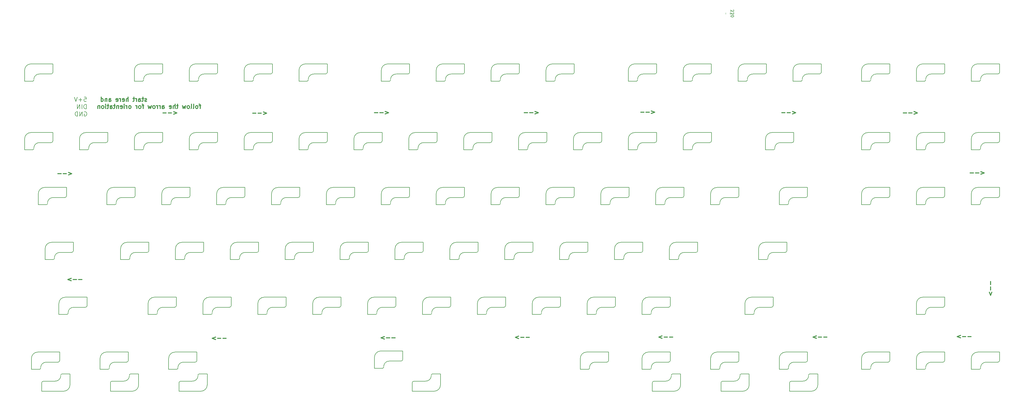
<source format=gbr>
%TF.GenerationSoftware,KiCad,Pcbnew,(6.0.6)*%
%TF.CreationDate,2023-05-08T18:17:21+05:30*%
%TF.ProjectId,mysterium-pcb,6d797374-6572-4697-956d-2d7063622e6b,rev?*%
%TF.SameCoordinates,Original*%
%TF.FileFunction,Legend,Bot*%
%TF.FilePolarity,Positive*%
%FSLAX46Y46*%
G04 Gerber Fmt 4.6, Leading zero omitted, Abs format (unit mm)*
G04 Created by KiCad (PCBNEW (6.0.6)) date 2023-05-08 18:17:21*
%MOMM*%
%LPD*%
G01*
G04 APERTURE LIST*
%ADD10C,0.200000*%
%ADD11C,0.300000*%
%ADD12C,0.150000*%
%ADD13C,0.120000*%
G04 APERTURE END LIST*
D10*
X61896942Y-102247000D02*
X62039800Y-102175571D01*
X62254085Y-102175571D01*
X62468371Y-102247000D01*
X62611228Y-102389857D01*
X62682657Y-102532714D01*
X62754085Y-102818428D01*
X62754085Y-103032714D01*
X62682657Y-103318428D01*
X62611228Y-103461285D01*
X62468371Y-103604142D01*
X62254085Y-103675571D01*
X62111228Y-103675571D01*
X61896942Y-103604142D01*
X61825514Y-103532714D01*
X61825514Y-103032714D01*
X62111228Y-103032714D01*
X61182657Y-103675571D02*
X61182657Y-102175571D01*
X60325514Y-103675571D01*
X60325514Y-102175571D01*
X59611228Y-103675571D02*
X59611228Y-102175571D01*
X59254085Y-102175571D01*
X59039800Y-102247000D01*
X58896942Y-102389857D01*
X58825514Y-102532714D01*
X58754085Y-102818428D01*
X58754085Y-103032714D01*
X58825514Y-103318428D01*
X58896942Y-103461285D01*
X59039800Y-103604142D01*
X59254085Y-103675571D01*
X59611228Y-103675571D01*
X62581057Y-101160971D02*
X62581057Y-99660971D01*
X62223914Y-99660971D01*
X62009628Y-99732400D01*
X61866771Y-99875257D01*
X61795342Y-100018114D01*
X61723914Y-100303828D01*
X61723914Y-100518114D01*
X61795342Y-100803828D01*
X61866771Y-100946685D01*
X62009628Y-101089542D01*
X62223914Y-101160971D01*
X62581057Y-101160971D01*
X61081057Y-101160971D02*
X61081057Y-99660971D01*
X60366771Y-101160971D02*
X60366771Y-99660971D01*
X59509628Y-101160971D01*
X59509628Y-99660971D01*
X61841371Y-97095571D02*
X62555657Y-97095571D01*
X62627085Y-97809857D01*
X62555657Y-97738428D01*
X62412800Y-97667000D01*
X62055657Y-97667000D01*
X61912800Y-97738428D01*
X61841371Y-97809857D01*
X61769942Y-97952714D01*
X61769942Y-98309857D01*
X61841371Y-98452714D01*
X61912800Y-98524142D01*
X62055657Y-98595571D01*
X62412800Y-98595571D01*
X62555657Y-98524142D01*
X62627085Y-98452714D01*
X61127085Y-98024142D02*
X59984228Y-98024142D01*
X60555657Y-98595571D02*
X60555657Y-97452714D01*
X59484228Y-97095571D02*
X58984228Y-98595571D01*
X58484228Y-97095571D01*
D11*
X89189228Y-102610457D02*
X90332085Y-102610457D01*
X91046371Y-102610457D02*
X92189228Y-102610457D01*
X92903514Y-103039028D02*
X94046371Y-102610457D01*
X92903514Y-102181885D01*
X120355028Y-102661257D02*
X121497885Y-102661257D01*
X122212171Y-102661257D02*
X123355028Y-102661257D01*
X124069314Y-103089828D02*
X125212171Y-102661257D01*
X124069314Y-102232685D01*
X162620628Y-102483457D02*
X163763485Y-102483457D01*
X164477771Y-102483457D02*
X165620628Y-102483457D01*
X166334914Y-102912028D02*
X167477771Y-102483457D01*
X166334914Y-102054885D01*
X214614428Y-102508857D02*
X215757285Y-102508857D01*
X216471571Y-102508857D02*
X217614428Y-102508857D01*
X218328714Y-102937428D02*
X219471571Y-102508857D01*
X218328714Y-102080285D01*
X255025828Y-102331057D02*
X256168685Y-102331057D01*
X256882971Y-102331057D02*
X258025828Y-102331057D01*
X258740114Y-102759628D02*
X259882971Y-102331057D01*
X258740114Y-101902485D01*
X303997028Y-102483457D02*
X305139885Y-102483457D01*
X305854171Y-102483457D02*
X306997028Y-102483457D01*
X307711314Y-102912028D02*
X308854171Y-102483457D01*
X307711314Y-102054885D01*
X346186428Y-102559657D02*
X347329285Y-102559657D01*
X348043571Y-102559657D02*
X349186428Y-102559657D01*
X349900714Y-102988228D02*
X351043571Y-102559657D01*
X349900714Y-102131085D01*
X369376628Y-123438457D02*
X370519485Y-123438457D01*
X371233771Y-123438457D02*
X372376628Y-123438457D01*
X373090914Y-123867028D02*
X374233771Y-123438457D01*
X373090914Y-123009885D01*
X376458942Y-161096628D02*
X376458942Y-162239485D01*
X376458942Y-162953771D02*
X376458942Y-164096628D01*
X376030371Y-164810914D02*
X376458942Y-165953771D01*
X376887514Y-164810914D01*
X369737971Y-180218542D02*
X368595114Y-180218542D01*
X367880828Y-180218542D02*
X366737971Y-180218542D01*
X366023685Y-179789971D02*
X364880828Y-180218542D01*
X366023685Y-180647114D01*
X319699971Y-180421742D02*
X318557114Y-180421742D01*
X317842828Y-180421742D02*
X316699971Y-180421742D01*
X315985685Y-179993171D02*
X314842828Y-180421742D01*
X315985685Y-180850314D01*
X266182171Y-180421742D02*
X265039314Y-180421742D01*
X264325028Y-180421742D02*
X263182171Y-180421742D01*
X262467885Y-179993171D02*
X261325028Y-180421742D01*
X262467885Y-180850314D01*
X216372771Y-180497942D02*
X215229914Y-180497942D01*
X214515628Y-180497942D02*
X213372771Y-180497942D01*
X212658485Y-180069371D02*
X211515628Y-180497942D01*
X212658485Y-180926514D01*
X169763771Y-180675742D02*
X168620914Y-180675742D01*
X167906628Y-180675742D02*
X166763771Y-180675742D01*
X166049485Y-180247171D02*
X164906628Y-180675742D01*
X166049485Y-181104314D01*
X111165971Y-180853542D02*
X110023114Y-180853542D01*
X109308828Y-180853542D02*
X108165971Y-180853542D01*
X107451685Y-180424971D02*
X106308828Y-180853542D01*
X107451685Y-181282114D01*
X61051771Y-160457342D02*
X59908914Y-160457342D01*
X59194628Y-160457342D02*
X58051771Y-160457342D01*
X57337485Y-160028771D02*
X56194628Y-160457342D01*
X57337485Y-160885914D01*
X52714828Y-123692457D02*
X53857685Y-123692457D01*
X54571971Y-123692457D02*
X55714828Y-123692457D01*
X56429114Y-124121028D02*
X57571971Y-123692457D01*
X56429114Y-123263885D01*
X83546114Y-98561242D02*
X83403257Y-98632671D01*
X83117542Y-98632671D01*
X82974685Y-98561242D01*
X82903257Y-98418385D01*
X82903257Y-98346957D01*
X82974685Y-98204100D01*
X83117542Y-98132671D01*
X83331828Y-98132671D01*
X83474685Y-98061242D01*
X83546114Y-97918385D01*
X83546114Y-97846957D01*
X83474685Y-97704100D01*
X83331828Y-97632671D01*
X83117542Y-97632671D01*
X82974685Y-97704100D01*
X82474685Y-97632671D02*
X81903257Y-97632671D01*
X82260400Y-97132671D02*
X82260400Y-98418385D01*
X82188971Y-98561242D01*
X82046114Y-98632671D01*
X81903257Y-98632671D01*
X80760400Y-98632671D02*
X80760400Y-97846957D01*
X80831828Y-97704100D01*
X80974685Y-97632671D01*
X81260400Y-97632671D01*
X81403257Y-97704100D01*
X80760400Y-98561242D02*
X80903257Y-98632671D01*
X81260400Y-98632671D01*
X81403257Y-98561242D01*
X81474685Y-98418385D01*
X81474685Y-98275528D01*
X81403257Y-98132671D01*
X81260400Y-98061242D01*
X80903257Y-98061242D01*
X80760400Y-97989814D01*
X80046114Y-98632671D02*
X80046114Y-97632671D01*
X80046114Y-97918385D02*
X79974685Y-97775528D01*
X79903257Y-97704100D01*
X79760400Y-97632671D01*
X79617542Y-97632671D01*
X79331828Y-97632671D02*
X78760400Y-97632671D01*
X79117542Y-97132671D02*
X79117542Y-98418385D01*
X79046114Y-98561242D01*
X78903257Y-98632671D01*
X78760400Y-98632671D01*
X77117542Y-98632671D02*
X77117542Y-97132671D01*
X76474685Y-98632671D02*
X76474685Y-97846957D01*
X76546114Y-97704100D01*
X76688971Y-97632671D01*
X76903257Y-97632671D01*
X77046114Y-97704100D01*
X77117542Y-97775528D01*
X75188971Y-98561242D02*
X75331828Y-98632671D01*
X75617542Y-98632671D01*
X75760400Y-98561242D01*
X75831828Y-98418385D01*
X75831828Y-97846957D01*
X75760400Y-97704100D01*
X75617542Y-97632671D01*
X75331828Y-97632671D01*
X75188971Y-97704100D01*
X75117542Y-97846957D01*
X75117542Y-97989814D01*
X75831828Y-98132671D01*
X74474685Y-98632671D02*
X74474685Y-97632671D01*
X74474685Y-97918385D02*
X74403257Y-97775528D01*
X74331828Y-97704100D01*
X74188971Y-97632671D01*
X74046114Y-97632671D01*
X72974685Y-98561242D02*
X73117542Y-98632671D01*
X73403257Y-98632671D01*
X73546114Y-98561242D01*
X73617542Y-98418385D01*
X73617542Y-97846957D01*
X73546114Y-97704100D01*
X73403257Y-97632671D01*
X73117542Y-97632671D01*
X72974685Y-97704100D01*
X72903257Y-97846957D01*
X72903257Y-97989814D01*
X73617542Y-98132671D01*
X70474685Y-98632671D02*
X70474685Y-97846957D01*
X70546114Y-97704100D01*
X70688971Y-97632671D01*
X70974685Y-97632671D01*
X71117542Y-97704100D01*
X70474685Y-98561242D02*
X70617542Y-98632671D01*
X70974685Y-98632671D01*
X71117542Y-98561242D01*
X71188971Y-98418385D01*
X71188971Y-98275528D01*
X71117542Y-98132671D01*
X70974685Y-98061242D01*
X70617542Y-98061242D01*
X70474685Y-97989814D01*
X69760400Y-97632671D02*
X69760400Y-98632671D01*
X69760400Y-97775528D02*
X69688971Y-97704100D01*
X69546114Y-97632671D01*
X69331828Y-97632671D01*
X69188971Y-97704100D01*
X69117542Y-97846957D01*
X69117542Y-98632671D01*
X67760400Y-98632671D02*
X67760400Y-97132671D01*
X67760400Y-98561242D02*
X67903257Y-98632671D01*
X68188971Y-98632671D01*
X68331828Y-98561242D01*
X68403257Y-98489814D01*
X68474685Y-98346957D01*
X68474685Y-97918385D01*
X68403257Y-97775528D01*
X68331828Y-97704100D01*
X68188971Y-97632671D01*
X67903257Y-97632671D01*
X67760400Y-97704100D01*
X102331828Y-100047671D02*
X101760400Y-100047671D01*
X102117542Y-101047671D02*
X102117542Y-99761957D01*
X102046114Y-99619100D01*
X101903257Y-99547671D01*
X101760400Y-99547671D01*
X101046114Y-101047671D02*
X101188971Y-100976242D01*
X101260400Y-100904814D01*
X101331828Y-100761957D01*
X101331828Y-100333385D01*
X101260400Y-100190528D01*
X101188971Y-100119100D01*
X101046114Y-100047671D01*
X100831828Y-100047671D01*
X100688971Y-100119100D01*
X100617542Y-100190528D01*
X100546114Y-100333385D01*
X100546114Y-100761957D01*
X100617542Y-100904814D01*
X100688971Y-100976242D01*
X100831828Y-101047671D01*
X101046114Y-101047671D01*
X99688971Y-101047671D02*
X99831828Y-100976242D01*
X99903257Y-100833385D01*
X99903257Y-99547671D01*
X98903257Y-101047671D02*
X99046114Y-100976242D01*
X99117542Y-100833385D01*
X99117542Y-99547671D01*
X98117542Y-101047671D02*
X98260400Y-100976242D01*
X98331828Y-100904814D01*
X98403257Y-100761957D01*
X98403257Y-100333385D01*
X98331828Y-100190528D01*
X98260400Y-100119100D01*
X98117542Y-100047671D01*
X97903257Y-100047671D01*
X97760400Y-100119100D01*
X97688971Y-100190528D01*
X97617542Y-100333385D01*
X97617542Y-100761957D01*
X97688971Y-100904814D01*
X97760400Y-100976242D01*
X97903257Y-101047671D01*
X98117542Y-101047671D01*
X97117542Y-100047671D02*
X96831828Y-101047671D01*
X96546114Y-100333385D01*
X96260400Y-101047671D01*
X95974685Y-100047671D01*
X94474685Y-100047671D02*
X93903257Y-100047671D01*
X94260400Y-99547671D02*
X94260400Y-100833385D01*
X94188971Y-100976242D01*
X94046114Y-101047671D01*
X93903257Y-101047671D01*
X93403257Y-101047671D02*
X93403257Y-99547671D01*
X92760400Y-101047671D02*
X92760400Y-100261957D01*
X92831828Y-100119100D01*
X92974685Y-100047671D01*
X93188971Y-100047671D01*
X93331828Y-100119100D01*
X93403257Y-100190528D01*
X91474685Y-100976242D02*
X91617542Y-101047671D01*
X91903257Y-101047671D01*
X92046114Y-100976242D01*
X92117542Y-100833385D01*
X92117542Y-100261957D01*
X92046114Y-100119100D01*
X91903257Y-100047671D01*
X91617542Y-100047671D01*
X91474685Y-100119100D01*
X91403257Y-100261957D01*
X91403257Y-100404814D01*
X92117542Y-100547671D01*
X88974685Y-101047671D02*
X88974685Y-100261957D01*
X89046114Y-100119100D01*
X89188971Y-100047671D01*
X89474685Y-100047671D01*
X89617542Y-100119100D01*
X88974685Y-100976242D02*
X89117542Y-101047671D01*
X89474685Y-101047671D01*
X89617542Y-100976242D01*
X89688971Y-100833385D01*
X89688971Y-100690528D01*
X89617542Y-100547671D01*
X89474685Y-100476242D01*
X89117542Y-100476242D01*
X88974685Y-100404814D01*
X88260400Y-101047671D02*
X88260400Y-100047671D01*
X88260400Y-100333385D02*
X88188971Y-100190528D01*
X88117542Y-100119100D01*
X87974685Y-100047671D01*
X87831828Y-100047671D01*
X87331828Y-101047671D02*
X87331828Y-100047671D01*
X87331828Y-100333385D02*
X87260400Y-100190528D01*
X87188971Y-100119100D01*
X87046114Y-100047671D01*
X86903257Y-100047671D01*
X86188971Y-101047671D02*
X86331828Y-100976242D01*
X86403257Y-100904814D01*
X86474685Y-100761957D01*
X86474685Y-100333385D01*
X86403257Y-100190528D01*
X86331828Y-100119100D01*
X86188971Y-100047671D01*
X85974685Y-100047671D01*
X85831828Y-100119100D01*
X85760400Y-100190528D01*
X85688971Y-100333385D01*
X85688971Y-100761957D01*
X85760400Y-100904814D01*
X85831828Y-100976242D01*
X85974685Y-101047671D01*
X86188971Y-101047671D01*
X85188971Y-100047671D02*
X84903257Y-101047671D01*
X84617542Y-100333385D01*
X84331828Y-101047671D01*
X84046114Y-100047671D01*
X82546114Y-100047671D02*
X81974685Y-100047671D01*
X82331828Y-101047671D02*
X82331828Y-99761957D01*
X82260400Y-99619100D01*
X82117542Y-99547671D01*
X81974685Y-99547671D01*
X81260400Y-101047671D02*
X81403257Y-100976242D01*
X81474685Y-100904814D01*
X81546114Y-100761957D01*
X81546114Y-100333385D01*
X81474685Y-100190528D01*
X81403257Y-100119100D01*
X81260400Y-100047671D01*
X81046114Y-100047671D01*
X80903257Y-100119100D01*
X80831828Y-100190528D01*
X80760400Y-100333385D01*
X80760400Y-100761957D01*
X80831828Y-100904814D01*
X80903257Y-100976242D01*
X81046114Y-101047671D01*
X81260400Y-101047671D01*
X80117542Y-101047671D02*
X80117542Y-100047671D01*
X80117542Y-100333385D02*
X80046114Y-100190528D01*
X79974685Y-100119100D01*
X79831828Y-100047671D01*
X79688971Y-100047671D01*
X77831828Y-101047671D02*
X77974685Y-100976242D01*
X78046114Y-100904814D01*
X78117542Y-100761957D01*
X78117542Y-100333385D01*
X78046114Y-100190528D01*
X77974685Y-100119100D01*
X77831828Y-100047671D01*
X77617542Y-100047671D01*
X77474685Y-100119100D01*
X77403257Y-100190528D01*
X77331828Y-100333385D01*
X77331828Y-100761957D01*
X77403257Y-100904814D01*
X77474685Y-100976242D01*
X77617542Y-101047671D01*
X77831828Y-101047671D01*
X76688971Y-101047671D02*
X76688971Y-100047671D01*
X76688971Y-100333385D02*
X76617542Y-100190528D01*
X76546114Y-100119100D01*
X76403257Y-100047671D01*
X76260400Y-100047671D01*
X75760400Y-101047671D02*
X75760400Y-100047671D01*
X75760400Y-99547671D02*
X75831828Y-99619100D01*
X75760400Y-99690528D01*
X75688971Y-99619100D01*
X75760400Y-99547671D01*
X75760400Y-99690528D01*
X74474685Y-100976242D02*
X74617542Y-101047671D01*
X74903257Y-101047671D01*
X75046114Y-100976242D01*
X75117542Y-100833385D01*
X75117542Y-100261957D01*
X75046114Y-100119100D01*
X74903257Y-100047671D01*
X74617542Y-100047671D01*
X74474685Y-100119100D01*
X74403257Y-100261957D01*
X74403257Y-100404814D01*
X75117542Y-100547671D01*
X73760400Y-100047671D02*
X73760400Y-101047671D01*
X73760400Y-100190528D02*
X73688971Y-100119100D01*
X73546114Y-100047671D01*
X73331828Y-100047671D01*
X73188971Y-100119100D01*
X73117542Y-100261957D01*
X73117542Y-101047671D01*
X72617542Y-100047671D02*
X72046114Y-100047671D01*
X72403257Y-99547671D02*
X72403257Y-100833385D01*
X72331828Y-100976242D01*
X72188971Y-101047671D01*
X72046114Y-101047671D01*
X70903257Y-101047671D02*
X70903257Y-100261957D01*
X70974685Y-100119100D01*
X71117542Y-100047671D01*
X71403257Y-100047671D01*
X71546114Y-100119100D01*
X70903257Y-100976242D02*
X71046114Y-101047671D01*
X71403257Y-101047671D01*
X71546114Y-100976242D01*
X71617542Y-100833385D01*
X71617542Y-100690528D01*
X71546114Y-100547671D01*
X71403257Y-100476242D01*
X71046114Y-100476242D01*
X70903257Y-100404814D01*
X70403257Y-100047671D02*
X69831828Y-100047671D01*
X70188971Y-99547671D02*
X70188971Y-100833385D01*
X70117542Y-100976242D01*
X69974685Y-101047671D01*
X69831828Y-101047671D01*
X69331828Y-101047671D02*
X69331828Y-100047671D01*
X69331828Y-99547671D02*
X69403257Y-99619100D01*
X69331828Y-99690528D01*
X69260400Y-99619100D01*
X69331828Y-99547671D01*
X69331828Y-99690528D01*
X68403257Y-101047671D02*
X68546114Y-100976242D01*
X68617542Y-100904814D01*
X68688971Y-100761957D01*
X68688971Y-100333385D01*
X68617542Y-100190528D01*
X68546114Y-100119100D01*
X68403257Y-100047671D01*
X68188971Y-100047671D01*
X68046114Y-100119100D01*
X67974685Y-100190528D01*
X67903257Y-100333385D01*
X67903257Y-100761957D01*
X67974685Y-100904814D01*
X68046114Y-100976242D01*
X68188971Y-101047671D01*
X68403257Y-101047671D01*
X67260400Y-100047671D02*
X67260400Y-101047671D01*
X67260400Y-100190528D02*
X67188971Y-100119100D01*
X67046114Y-100047671D01*
X66831828Y-100047671D01*
X66688971Y-100119100D01*
X66617542Y-100261957D01*
X66617542Y-101047671D01*
D12*
%TO.C,330*%
X286344380Y-66760885D02*
X286344380Y-67379933D01*
X286725333Y-67046600D01*
X286725333Y-67189457D01*
X286772952Y-67284695D01*
X286820571Y-67332314D01*
X286915809Y-67379933D01*
X287153904Y-67379933D01*
X287249142Y-67332314D01*
X287296761Y-67284695D01*
X287344380Y-67189457D01*
X287344380Y-66903742D01*
X287296761Y-66808504D01*
X287249142Y-66760885D01*
X286344380Y-67713266D02*
X286344380Y-68332314D01*
X286725333Y-67998980D01*
X286725333Y-68141838D01*
X286772952Y-68237076D01*
X286820571Y-68284695D01*
X286915809Y-68332314D01*
X287153904Y-68332314D01*
X287249142Y-68284695D01*
X287296761Y-68237076D01*
X287344380Y-68141838D01*
X287344380Y-67856123D01*
X287296761Y-67760885D01*
X287249142Y-67713266D01*
X286344380Y-68951361D02*
X286344380Y-69046600D01*
X286392000Y-69141838D01*
X286439619Y-69189457D01*
X286534857Y-69237076D01*
X286725333Y-69284695D01*
X286963428Y-69284695D01*
X287153904Y-69237076D01*
X287249142Y-69189457D01*
X287296761Y-69141838D01*
X287344380Y-69046600D01*
X287344380Y-68951361D01*
X287296761Y-68856123D01*
X287249142Y-68808504D01*
X287153904Y-68760885D01*
X286963428Y-68713266D01*
X286725333Y-68713266D01*
X286534857Y-68760885D01*
X286439619Y-68808504D01*
X286392000Y-68856123D01*
X286344380Y-68951361D01*
%TO.C,SW17*%
X69435200Y-112892300D02*
X65435200Y-112892300D01*
X70035200Y-109392300D02*
X70035200Y-112342300D01*
X62435200Y-109392300D02*
X70035200Y-109392300D01*
X60235200Y-115392300D02*
X60235200Y-111592300D01*
X63085200Y-115392300D02*
X60235200Y-115392300D01*
X65435200Y-112892300D02*
G75*
G03*
X63435201Y-114692301I-99999J-1900000D01*
G01*
X63085200Y-115392300D02*
G75*
G03*
X63435200Y-114842300I-100000J450000D01*
G01*
X62435200Y-109392300D02*
G75*
G03*
X60235200Y-111592300I0J-2200000D01*
G01*
X69435200Y-112892300D02*
G75*
G03*
X70035200Y-112342300I25000J575000D01*
G01*
%TO.C,SW41*%
X212297500Y-131955000D02*
X208297500Y-131955000D01*
X205297500Y-128455000D02*
X212897500Y-128455000D01*
X205947500Y-134455000D02*
X203097500Y-134455000D01*
X203097500Y-134455000D02*
X203097500Y-130655000D01*
X212897500Y-128455000D02*
X212897500Y-131405000D01*
X205947500Y-134455000D02*
G75*
G03*
X206297500Y-133905000I-100000J450000D01*
G01*
X212297500Y-131955000D02*
G75*
G03*
X212897500Y-131405000I25000J575000D01*
G01*
X208297500Y-131955000D02*
G75*
G03*
X206297501Y-133755001I-99999J-1900000D01*
G01*
X205297500Y-128455000D02*
G75*
G03*
X203097500Y-130655000I0J-2200000D01*
G01*
%TO.C,SW0*%
X50385200Y-89079800D02*
X46385200Y-89079800D01*
X44035200Y-91579800D02*
X41185200Y-91579800D01*
X41185200Y-91579800D02*
X41185200Y-87779800D01*
X50985200Y-85579800D02*
X50985200Y-88529800D01*
X43385200Y-85579800D02*
X50985200Y-85579800D01*
X46385200Y-89079800D02*
G75*
G03*
X44385201Y-90879801I-99999J-1900000D01*
G01*
X50385200Y-89079800D02*
G75*
G03*
X50985200Y-88529800I25000J575000D01*
G01*
X44035200Y-91579800D02*
G75*
G03*
X44385200Y-91029800I-100000J450000D01*
G01*
X43385200Y-85579800D02*
G75*
G03*
X41185200Y-87779800I0J-2200000D01*
G01*
%TO.C,SW1*%
X79285200Y-91579800D02*
X79285200Y-87779800D01*
X81485200Y-85579800D02*
X89085200Y-85579800D01*
X82135200Y-91579800D02*
X79285200Y-91579800D01*
X88485200Y-89079800D02*
X84485200Y-89079800D01*
X89085200Y-85579800D02*
X89085200Y-88529800D01*
X88485200Y-89079800D02*
G75*
G03*
X89085200Y-88529800I25000J575000D01*
G01*
X84485200Y-89079800D02*
G75*
G03*
X82485201Y-90879801I-99999J-1900000D01*
G01*
X82135200Y-91579800D02*
G75*
G03*
X82485200Y-91029800I-100000J450000D01*
G01*
X81485200Y-85579800D02*
G75*
G03*
X79285200Y-87779800I0J-2200000D01*
G01*
%TO.C,SW2*%
X98335200Y-91579800D02*
X98335200Y-87779800D01*
X108135200Y-85579800D02*
X108135200Y-88529800D01*
X100535200Y-85579800D02*
X108135200Y-85579800D01*
X107535200Y-89079800D02*
X103535200Y-89079800D01*
X101185200Y-91579800D02*
X98335200Y-91579800D01*
X103535200Y-89079800D02*
G75*
G03*
X101535201Y-90879801I-99999J-1900000D01*
G01*
X101185200Y-91579800D02*
G75*
G03*
X101535200Y-91029800I-100000J450000D01*
G01*
X107535200Y-89079800D02*
G75*
G03*
X108135200Y-88529800I25000J575000D01*
G01*
X100535200Y-85579800D02*
G75*
G03*
X98335200Y-87779800I0J-2200000D01*
G01*
%TO.C,SW3*%
X119585200Y-85579800D02*
X127185200Y-85579800D01*
X126585200Y-89079800D02*
X122585200Y-89079800D01*
X127185200Y-85579800D02*
X127185200Y-88529800D01*
X117385200Y-91579800D02*
X117385200Y-87779800D01*
X120235200Y-91579800D02*
X117385200Y-91579800D01*
X122585200Y-89079800D02*
G75*
G03*
X120585201Y-90879801I-99999J-1900000D01*
G01*
X126585200Y-89079800D02*
G75*
G03*
X127185200Y-88529800I25000J575000D01*
G01*
X119585200Y-85579800D02*
G75*
G03*
X117385200Y-87779800I0J-2200000D01*
G01*
X120235200Y-91579800D02*
G75*
G03*
X120585200Y-91029800I-100000J450000D01*
G01*
%TO.C,SW4*%
X145627580Y-89082340D02*
X141627580Y-89082340D01*
X139277580Y-91582340D02*
X136427580Y-91582340D01*
X146227580Y-85582340D02*
X146227580Y-88532340D01*
X138627580Y-85582340D02*
X146227580Y-85582340D01*
X136427580Y-91582340D02*
X136427580Y-87782340D01*
X145627580Y-89082340D02*
G75*
G03*
X146227580Y-88532340I25000J575000D01*
G01*
X138627580Y-85582340D02*
G75*
G03*
X136427580Y-87782340I0J-2200000D01*
G01*
X139277580Y-91582340D02*
G75*
G03*
X139627580Y-91032340I-100000J450000D01*
G01*
X141627580Y-89082340D02*
G75*
G03*
X139627581Y-90882341I-99999J-1900000D01*
G01*
%TO.C,SW5*%
X174197500Y-89092500D02*
X170197500Y-89092500D01*
X167197500Y-85592500D02*
X174797500Y-85592500D01*
X164997500Y-91592500D02*
X164997500Y-87792500D01*
X167847500Y-91592500D02*
X164997500Y-91592500D01*
X174797500Y-85592500D02*
X174797500Y-88542500D01*
X167197500Y-85592500D02*
G75*
G03*
X164997500Y-87792500I0J-2200000D01*
G01*
X167847500Y-91592500D02*
G75*
G03*
X168197500Y-91042500I-100000J450000D01*
G01*
X174197500Y-89092500D02*
G75*
G03*
X174797500Y-88542500I25000J575000D01*
G01*
X170197500Y-89092500D02*
G75*
G03*
X168197501Y-90892501I-99999J-1900000D01*
G01*
%TO.C,SW6*%
X193847500Y-85592500D02*
X193847500Y-88542500D01*
X184047500Y-91592500D02*
X184047500Y-87792500D01*
X186247500Y-85592500D02*
X193847500Y-85592500D01*
X186897500Y-91592500D02*
X184047500Y-91592500D01*
X193247500Y-89092500D02*
X189247500Y-89092500D01*
X186247500Y-85592500D02*
G75*
G03*
X184047500Y-87792500I0J-2200000D01*
G01*
X193247500Y-89092500D02*
G75*
G03*
X193847500Y-88542500I25000J575000D01*
G01*
X186897500Y-91592500D02*
G75*
G03*
X187247500Y-91042500I-100000J450000D01*
G01*
X189247500Y-89092500D02*
G75*
G03*
X187247501Y-90892501I-99999J-1900000D01*
G01*
%TO.C,SW7*%
X203097500Y-91592500D02*
X203097500Y-87792500D01*
X212297500Y-89092500D02*
X208297500Y-89092500D01*
X212897500Y-85592500D02*
X212897500Y-88542500D01*
X205297500Y-85592500D02*
X212897500Y-85592500D01*
X205947500Y-91592500D02*
X203097500Y-91592500D01*
X205947500Y-91592500D02*
G75*
G03*
X206297500Y-91042500I-100000J450000D01*
G01*
X208297500Y-89092500D02*
G75*
G03*
X206297501Y-90892501I-99999J-1900000D01*
G01*
X205297500Y-85592500D02*
G75*
G03*
X203097500Y-87792500I0J-2200000D01*
G01*
X212297500Y-89092500D02*
G75*
G03*
X212897500Y-88542500I25000J575000D01*
G01*
%TO.C,SW8*%
X224997500Y-91592500D02*
X222147500Y-91592500D01*
X231347500Y-89092500D02*
X227347500Y-89092500D01*
X224347500Y-85592500D02*
X231947500Y-85592500D01*
X231947500Y-85592500D02*
X231947500Y-88542500D01*
X222147500Y-91592500D02*
X222147500Y-87792500D01*
X224347500Y-85592500D02*
G75*
G03*
X222147500Y-87792500I0J-2200000D01*
G01*
X231347500Y-89092500D02*
G75*
G03*
X231947500Y-88542500I25000J575000D01*
G01*
X227347500Y-89092500D02*
G75*
G03*
X225347501Y-90892501I-99999J-1900000D01*
G01*
X224997500Y-91592500D02*
G75*
G03*
X225347500Y-91042500I-100000J450000D01*
G01*
%TO.C,SW9*%
X252935200Y-85579800D02*
X260535200Y-85579800D01*
X250735200Y-91579800D02*
X250735200Y-87779800D01*
X253585200Y-91579800D02*
X250735200Y-91579800D01*
X259935200Y-89079800D02*
X255935200Y-89079800D01*
X260535200Y-85579800D02*
X260535200Y-88529800D01*
X259935200Y-89079800D02*
G75*
G03*
X260535200Y-88529800I25000J575000D01*
G01*
X255935200Y-89079800D02*
G75*
G03*
X253935201Y-90879801I-99999J-1900000D01*
G01*
X252935200Y-85579800D02*
G75*
G03*
X250735200Y-87779800I0J-2200000D01*
G01*
X253585200Y-91579800D02*
G75*
G03*
X253935200Y-91029800I-100000J450000D01*
G01*
%TO.C,SW10*%
X272622500Y-91579800D02*
X269772500Y-91579800D01*
X278972500Y-89079800D02*
X274972500Y-89079800D01*
X271972500Y-85579800D02*
X279572500Y-85579800D01*
X279572500Y-85579800D02*
X279572500Y-88529800D01*
X269772500Y-91579800D02*
X269772500Y-87779800D01*
X278972500Y-89079800D02*
G75*
G03*
X279572500Y-88529800I25000J575000D01*
G01*
X272622500Y-91579800D02*
G75*
G03*
X272972500Y-91029800I-100000J450000D01*
G01*
X271972500Y-85579800D02*
G75*
G03*
X269772500Y-87779800I0J-2200000D01*
G01*
X274972500Y-89079800D02*
G75*
G03*
X272972501Y-90879801I-99999J-1900000D01*
G01*
%TO.C,SW11*%
X298635200Y-85579800D02*
X298635200Y-88529800D01*
X291035200Y-85579800D02*
X298635200Y-85579800D01*
X291685200Y-91579800D02*
X288835200Y-91579800D01*
X298035200Y-89079800D02*
X294035200Y-89079800D01*
X288835200Y-91579800D02*
X288835200Y-87779800D01*
X291685200Y-91579800D02*
G75*
G03*
X292035200Y-91029800I-100000J450000D01*
G01*
X291035200Y-85579800D02*
G75*
G03*
X288835200Y-87779800I0J-2200000D01*
G01*
X294035200Y-89079800D02*
G75*
G03*
X292035201Y-90879801I-99999J-1900000D01*
G01*
X298035200Y-89079800D02*
G75*
G03*
X298635200Y-88529800I25000J575000D01*
G01*
%TO.C,SW12*%
X317685200Y-85579800D02*
X317685200Y-88529800D01*
X307885200Y-91579800D02*
X307885200Y-87779800D01*
X310735200Y-91579800D02*
X307885200Y-91579800D01*
X317085200Y-89079800D02*
X313085200Y-89079800D01*
X310085200Y-85579800D02*
X317685200Y-85579800D01*
X310735200Y-91579800D02*
G75*
G03*
X311085200Y-91029800I-100000J450000D01*
G01*
X317085200Y-89079800D02*
G75*
G03*
X317685200Y-88529800I25000J575000D01*
G01*
X310085200Y-85579800D02*
G75*
G03*
X307885200Y-87779800I0J-2200000D01*
G01*
X313085200Y-89079800D02*
G75*
G03*
X311085201Y-90879801I-99999J-1900000D01*
G01*
%TO.C,SW13*%
X333897700Y-85579800D02*
X341497700Y-85579800D01*
X341497700Y-85579800D02*
X341497700Y-88529800D01*
X334547700Y-91579800D02*
X331697700Y-91579800D01*
X340897700Y-89079800D02*
X336897700Y-89079800D01*
X331697700Y-91579800D02*
X331697700Y-87779800D01*
X333897700Y-85579800D02*
G75*
G03*
X331697700Y-87779800I0J-2200000D01*
G01*
X340897700Y-89079800D02*
G75*
G03*
X341497700Y-88529800I25000J575000D01*
G01*
X336897700Y-89079800D02*
G75*
G03*
X334897701Y-90879801I-99999J-1900000D01*
G01*
X334547700Y-91579800D02*
G75*
G03*
X334897700Y-91029800I-100000J450000D01*
G01*
%TO.C,SW14*%
X353585000Y-91579800D02*
X350735000Y-91579800D01*
X360535000Y-85579800D02*
X360535000Y-88529800D01*
X352935000Y-85579800D02*
X360535000Y-85579800D01*
X359935000Y-89079800D02*
X355935000Y-89079800D01*
X350735000Y-91579800D02*
X350735000Y-87779800D01*
X353585000Y-91579800D02*
G75*
G03*
X353935000Y-91029800I-100000J450000D01*
G01*
X359935000Y-89079800D02*
G75*
G03*
X360535000Y-88529800I25000J575000D01*
G01*
X352935000Y-85579800D02*
G75*
G03*
X350735000Y-87779800I0J-2200000D01*
G01*
X355935000Y-89079800D02*
G75*
G03*
X353935001Y-90879801I-99999J-1900000D01*
G01*
%TO.C,SW15*%
X372635000Y-91579800D02*
X369785000Y-91579800D01*
X369785000Y-91579800D02*
X369785000Y-87779800D01*
X371985000Y-85579800D02*
X379585000Y-85579800D01*
X378985000Y-89079800D02*
X374985000Y-89079800D01*
X379585000Y-85579800D02*
X379585000Y-88529800D01*
X378985000Y-89079800D02*
G75*
G03*
X379585000Y-88529800I25000J575000D01*
G01*
X372635000Y-91579800D02*
G75*
G03*
X372985000Y-91029800I-100000J450000D01*
G01*
X374985000Y-89079800D02*
G75*
G03*
X372985001Y-90879801I-99999J-1900000D01*
G01*
X371985000Y-85579800D02*
G75*
G03*
X369785000Y-87779800I0J-2200000D01*
G01*
%TO.C,SW16*%
X41185200Y-115392300D02*
X41185200Y-111592300D01*
X44035200Y-115392300D02*
X41185200Y-115392300D01*
X50985200Y-109392300D02*
X50985200Y-112342300D01*
X50385200Y-112892300D02*
X46385200Y-112892300D01*
X43385200Y-109392300D02*
X50985200Y-109392300D01*
X43385200Y-109392300D02*
G75*
G03*
X41185200Y-111592300I0J-2200000D01*
G01*
X50385200Y-112892300D02*
G75*
G03*
X50985200Y-112342300I25000J575000D01*
G01*
X44035200Y-115392300D02*
G75*
G03*
X44385200Y-114842300I-100000J450000D01*
G01*
X46385200Y-112892300D02*
G75*
G03*
X44385201Y-114692301I-99999J-1900000D01*
G01*
%TO.C,SW18*%
X89085200Y-109392300D02*
X89085200Y-112342300D01*
X81485200Y-109392300D02*
X89085200Y-109392300D01*
X82135200Y-115392300D02*
X79285200Y-115392300D01*
X88485200Y-112892300D02*
X84485200Y-112892300D01*
X79285200Y-115392300D02*
X79285200Y-111592300D01*
X88485200Y-112892300D02*
G75*
G03*
X89085200Y-112342300I25000J575000D01*
G01*
X82135200Y-115392300D02*
G75*
G03*
X82485200Y-114842300I-100000J450000D01*
G01*
X84485200Y-112892300D02*
G75*
G03*
X82485201Y-114692301I-99999J-1900000D01*
G01*
X81485200Y-109392300D02*
G75*
G03*
X79285200Y-111592300I0J-2200000D01*
G01*
%TO.C,SW19*%
X107535200Y-112892300D02*
X103535200Y-112892300D01*
X108135200Y-109392300D02*
X108135200Y-112342300D01*
X98335200Y-115392300D02*
X98335200Y-111592300D01*
X101185200Y-115392300D02*
X98335200Y-115392300D01*
X100535200Y-109392300D02*
X108135200Y-109392300D01*
X101185200Y-115392300D02*
G75*
G03*
X101535200Y-114842300I-100000J450000D01*
G01*
X103535200Y-112892300D02*
G75*
G03*
X101535201Y-114692301I-99999J-1900000D01*
G01*
X107535200Y-112892300D02*
G75*
G03*
X108135200Y-112342300I25000J575000D01*
G01*
X100535200Y-109392300D02*
G75*
G03*
X98335200Y-111592300I0J-2200000D01*
G01*
%TO.C,SW20*%
X119585200Y-109392300D02*
X127185200Y-109392300D01*
X126585200Y-112892300D02*
X122585200Y-112892300D01*
X120235200Y-115392300D02*
X117385200Y-115392300D01*
X117385200Y-115392300D02*
X117385200Y-111592300D01*
X127185200Y-109392300D02*
X127185200Y-112342300D01*
X122585200Y-112892300D02*
G75*
G03*
X120585201Y-114692301I-99999J-1900000D01*
G01*
X119585200Y-109392300D02*
G75*
G03*
X117385200Y-111592300I0J-2200000D01*
G01*
X120235200Y-115392300D02*
G75*
G03*
X120585200Y-114842300I-100000J450000D01*
G01*
X126585200Y-112892300D02*
G75*
G03*
X127185200Y-112342300I25000J575000D01*
G01*
%TO.C,SW21*%
X138635200Y-109392300D02*
X146235200Y-109392300D01*
X145635200Y-112892300D02*
X141635200Y-112892300D01*
X139285200Y-115392300D02*
X136435200Y-115392300D01*
X146235200Y-109392300D02*
X146235200Y-112342300D01*
X136435200Y-115392300D02*
X136435200Y-111592300D01*
X141635200Y-112892300D02*
G75*
G03*
X139635201Y-114692301I-99999J-1900000D01*
G01*
X145635200Y-112892300D02*
G75*
G03*
X146235200Y-112342300I25000J575000D01*
G01*
X139285200Y-115392300D02*
G75*
G03*
X139635200Y-114842300I-100000J450000D01*
G01*
X138635200Y-109392300D02*
G75*
G03*
X136435200Y-111592300I0J-2200000D01*
G01*
%TO.C,SW22*%
X157685200Y-109392300D02*
X165285200Y-109392300D01*
X155485200Y-115392300D02*
X155485200Y-111592300D01*
X165285200Y-109392300D02*
X165285200Y-112342300D01*
X158335200Y-115392300D02*
X155485200Y-115392300D01*
X164685200Y-112892300D02*
X160685200Y-112892300D01*
X158335200Y-115392300D02*
G75*
G03*
X158685200Y-114842300I-100000J450000D01*
G01*
X157685200Y-109392300D02*
G75*
G03*
X155485200Y-111592300I0J-2200000D01*
G01*
X164685200Y-112892300D02*
G75*
G03*
X165285200Y-112342300I25000J575000D01*
G01*
X160685200Y-112892300D02*
G75*
G03*
X158685201Y-114692301I-99999J-1900000D01*
G01*
%TO.C,SW23*%
X177385200Y-115392300D02*
X174535200Y-115392300D01*
X184335200Y-109392300D02*
X184335200Y-112342300D01*
X176735200Y-109392300D02*
X184335200Y-109392300D01*
X174535200Y-115392300D02*
X174535200Y-111592300D01*
X183735200Y-112892300D02*
X179735200Y-112892300D01*
X183735200Y-112892300D02*
G75*
G03*
X184335200Y-112342300I25000J575000D01*
G01*
X179735200Y-112892300D02*
G75*
G03*
X177735201Y-114692301I-99999J-1900000D01*
G01*
X177385200Y-115392300D02*
G75*
G03*
X177735200Y-114842300I-100000J450000D01*
G01*
X176735200Y-109392300D02*
G75*
G03*
X174535200Y-111592300I0J-2200000D01*
G01*
%TO.C,SW24*%
X195785200Y-109392300D02*
X203385200Y-109392300D01*
X193585200Y-115392300D02*
X193585200Y-111592300D01*
X203385200Y-109392300D02*
X203385200Y-112342300D01*
X196435200Y-115392300D02*
X193585200Y-115392300D01*
X202785200Y-112892300D02*
X198785200Y-112892300D01*
X198785200Y-112892300D02*
G75*
G03*
X196785201Y-114692301I-99999J-1900000D01*
G01*
X195785200Y-109392300D02*
G75*
G03*
X193585200Y-111592300I0J-2200000D01*
G01*
X202785200Y-112892300D02*
G75*
G03*
X203385200Y-112342300I25000J575000D01*
G01*
X196435200Y-115392300D02*
G75*
G03*
X196785200Y-114842300I-100000J450000D01*
G01*
%TO.C,SW25*%
X212635200Y-115392300D02*
X212635200Y-111592300D01*
X222435200Y-109392300D02*
X222435200Y-112342300D01*
X214835200Y-109392300D02*
X222435200Y-109392300D01*
X215485200Y-115392300D02*
X212635200Y-115392300D01*
X221835200Y-112892300D02*
X217835200Y-112892300D01*
X217835200Y-112892300D02*
G75*
G03*
X215835201Y-114692301I-99999J-1900000D01*
G01*
X221835200Y-112892300D02*
G75*
G03*
X222435200Y-112342300I25000J575000D01*
G01*
X214835200Y-109392300D02*
G75*
G03*
X212635200Y-111592300I0J-2200000D01*
G01*
X215485200Y-115392300D02*
G75*
G03*
X215835200Y-114842300I-100000J450000D01*
G01*
%TO.C,SW26*%
X240885200Y-112892300D02*
X236885200Y-112892300D01*
X241485200Y-109392300D02*
X241485200Y-112342300D01*
X233885200Y-109392300D02*
X241485200Y-109392300D01*
X231685200Y-115392300D02*
X231685200Y-111592300D01*
X234535200Y-115392300D02*
X231685200Y-115392300D01*
X234535200Y-115392300D02*
G75*
G03*
X234885200Y-114842300I-100000J450000D01*
G01*
X233885200Y-109392300D02*
G75*
G03*
X231685200Y-111592300I0J-2200000D01*
G01*
X240885200Y-112892300D02*
G75*
G03*
X241485200Y-112342300I25000J575000D01*
G01*
X236885200Y-112892300D02*
G75*
G03*
X234885201Y-114692301I-99999J-1900000D01*
G01*
%TO.C,SW27*%
X260535200Y-109392300D02*
X260535200Y-112342300D01*
X253585200Y-115392300D02*
X250735200Y-115392300D01*
X259935200Y-112892300D02*
X255935200Y-112892300D01*
X250735200Y-115392300D02*
X250735200Y-111592300D01*
X252935200Y-109392300D02*
X260535200Y-109392300D01*
X252935200Y-109392300D02*
G75*
G03*
X250735200Y-111592300I0J-2200000D01*
G01*
X253585200Y-115392300D02*
G75*
G03*
X253935200Y-114842300I-100000J450000D01*
G01*
X259935200Y-112892300D02*
G75*
G03*
X260535200Y-112342300I25000J575000D01*
G01*
X255935200Y-112892300D02*
G75*
G03*
X253935201Y-114692301I-99999J-1900000D01*
G01*
%TO.C,SW28*%
X272635200Y-115392300D02*
X269785200Y-115392300D01*
X269785200Y-115392300D02*
X269785200Y-111592300D01*
X279585200Y-109392300D02*
X279585200Y-112342300D01*
X278985200Y-112892300D02*
X274985200Y-112892300D01*
X271985200Y-109392300D02*
X279585200Y-109392300D01*
X271985200Y-109392300D02*
G75*
G03*
X269785200Y-111592300I0J-2200000D01*
G01*
X274985200Y-112892300D02*
G75*
G03*
X272985201Y-114692301I-99999J-1900000D01*
G01*
X278985200Y-112892300D02*
G75*
G03*
X279585200Y-112342300I25000J575000D01*
G01*
X272635200Y-115392300D02*
G75*
G03*
X272985200Y-114842300I-100000J450000D01*
G01*
%TO.C,SW29*%
X308160200Y-109392300D02*
X308160200Y-112342300D01*
X307560200Y-112892300D02*
X303560200Y-112892300D01*
X301210200Y-115392300D02*
X298360200Y-115392300D01*
X298360200Y-115392300D02*
X298360200Y-111592300D01*
X300560200Y-109392300D02*
X308160200Y-109392300D01*
X307560200Y-112892300D02*
G75*
G03*
X308160200Y-112342300I25000J575000D01*
G01*
X301210200Y-115392300D02*
G75*
G03*
X301560200Y-114842300I-100000J450000D01*
G01*
X303560200Y-112892300D02*
G75*
G03*
X301560201Y-114692301I-99999J-1900000D01*
G01*
X300560200Y-109392300D02*
G75*
G03*
X298360200Y-111592300I0J-2200000D01*
G01*
%TO.C,SW30*%
X334535000Y-115392300D02*
X331685000Y-115392300D01*
X341485000Y-109392300D02*
X341485000Y-112342300D01*
X333885000Y-109392300D02*
X341485000Y-109392300D01*
X340885000Y-112892300D02*
X336885000Y-112892300D01*
X331685000Y-115392300D02*
X331685000Y-111592300D01*
X336885000Y-112892300D02*
G75*
G03*
X334885001Y-114692301I-99999J-1900000D01*
G01*
X334535000Y-115392300D02*
G75*
G03*
X334885000Y-114842300I-100000J450000D01*
G01*
X340885000Y-112892300D02*
G75*
G03*
X341485000Y-112342300I25000J575000D01*
G01*
X333885000Y-109392300D02*
G75*
G03*
X331685000Y-111592300I0J-2200000D01*
G01*
%TO.C,SW31*%
X359935000Y-112892300D02*
X355935000Y-112892300D01*
X353585000Y-115392300D02*
X350735000Y-115392300D01*
X352935000Y-109392300D02*
X360535000Y-109392300D01*
X360535000Y-109392300D02*
X360535000Y-112342300D01*
X350735000Y-115392300D02*
X350735000Y-111592300D01*
X352935000Y-109392300D02*
G75*
G03*
X350735000Y-111592300I0J-2200000D01*
G01*
X359935000Y-112892300D02*
G75*
G03*
X360535000Y-112342300I25000J575000D01*
G01*
X353585000Y-115392300D02*
G75*
G03*
X353935000Y-114842300I-100000J450000D01*
G01*
X355935000Y-112892300D02*
G75*
G03*
X353935001Y-114692301I-99999J-1900000D01*
G01*
%TO.C,SW32*%
X372635000Y-115392300D02*
X369785000Y-115392300D01*
X378985000Y-112892300D02*
X374985000Y-112892300D01*
X379585000Y-109392300D02*
X379585000Y-112342300D01*
X371985000Y-109392300D02*
X379585000Y-109392300D01*
X369785000Y-115392300D02*
X369785000Y-111592300D01*
X378985000Y-112892300D02*
G75*
G03*
X379585000Y-112342300I25000J575000D01*
G01*
X372635000Y-115392300D02*
G75*
G03*
X372985000Y-114842300I-100000J450000D01*
G01*
X371985000Y-109392300D02*
G75*
G03*
X369785000Y-111592300I0J-2200000D01*
G01*
X374985000Y-112892300D02*
G75*
G03*
X372985001Y-114692301I-99999J-1900000D01*
G01*
%TO.C,SW33*%
X55135000Y-131955000D02*
X51135000Y-131955000D01*
X55735000Y-128455000D02*
X55735000Y-131405000D01*
X45935000Y-134455000D02*
X45935000Y-130655000D01*
X48785000Y-134455000D02*
X45935000Y-134455000D01*
X48135000Y-128455000D02*
X55735000Y-128455000D01*
X51135000Y-131955000D02*
G75*
G03*
X49135001Y-133755001I-99999J-1900000D01*
G01*
X55135000Y-131955000D02*
G75*
G03*
X55735000Y-131405000I25000J575000D01*
G01*
X48135000Y-128455000D02*
G75*
G03*
X45935000Y-130655000I0J-2200000D01*
G01*
X48785000Y-134455000D02*
G75*
G03*
X49135000Y-133905000I-100000J450000D01*
G01*
%TO.C,SW34*%
X71947500Y-128455000D02*
X79547500Y-128455000D01*
X79547500Y-128455000D02*
X79547500Y-131405000D01*
X69747500Y-134455000D02*
X69747500Y-130655000D01*
X78947500Y-131955000D02*
X74947500Y-131955000D01*
X72597500Y-134455000D02*
X69747500Y-134455000D01*
X72597500Y-134455000D02*
G75*
G03*
X72947500Y-133905000I-100000J450000D01*
G01*
X78947500Y-131955000D02*
G75*
G03*
X79547500Y-131405000I25000J575000D01*
G01*
X74947500Y-131955000D02*
G75*
G03*
X72947501Y-133755001I-99999J-1900000D01*
G01*
X71947500Y-128455000D02*
G75*
G03*
X69747500Y-130655000I0J-2200000D01*
G01*
%TO.C,SW35*%
X91647500Y-134455000D02*
X88797500Y-134455000D01*
X90997500Y-128455000D02*
X98597500Y-128455000D01*
X98597500Y-128455000D02*
X98597500Y-131405000D01*
X88797500Y-134455000D02*
X88797500Y-130655000D01*
X97997500Y-131955000D02*
X93997500Y-131955000D01*
X91647500Y-134455000D02*
G75*
G03*
X91997500Y-133905000I-100000J450000D01*
G01*
X97997500Y-131955000D02*
G75*
G03*
X98597500Y-131405000I25000J575000D01*
G01*
X93997500Y-131955000D02*
G75*
G03*
X91997501Y-133755001I-99999J-1900000D01*
G01*
X90997500Y-128455000D02*
G75*
G03*
X88797500Y-130655000I0J-2200000D01*
G01*
%TO.C,SW36*%
X110047500Y-128455000D02*
X117647500Y-128455000D01*
X107847500Y-134455000D02*
X107847500Y-130655000D01*
X117047500Y-131955000D02*
X113047500Y-131955000D01*
X117647500Y-128455000D02*
X117647500Y-131405000D01*
X110697500Y-134455000D02*
X107847500Y-134455000D01*
X117047500Y-131955000D02*
G75*
G03*
X117647500Y-131405000I25000J575000D01*
G01*
X110047500Y-128455000D02*
G75*
G03*
X107847500Y-130655000I0J-2200000D01*
G01*
X113047500Y-131955000D02*
G75*
G03*
X111047501Y-133755001I-99999J-1900000D01*
G01*
X110697500Y-134455000D02*
G75*
G03*
X111047500Y-133905000I-100000J450000D01*
G01*
%TO.C,SW37*%
X126897500Y-134455000D02*
X126897500Y-130655000D01*
X136697500Y-128455000D02*
X136697500Y-131405000D01*
X136097500Y-131955000D02*
X132097500Y-131955000D01*
X129747500Y-134455000D02*
X126897500Y-134455000D01*
X129097500Y-128455000D02*
X136697500Y-128455000D01*
X129097500Y-128455000D02*
G75*
G03*
X126897500Y-130655000I0J-2200000D01*
G01*
X129747500Y-134455000D02*
G75*
G03*
X130097500Y-133905000I-100000J450000D01*
G01*
X132097500Y-131955000D02*
G75*
G03*
X130097501Y-133755001I-99999J-1900000D01*
G01*
X136097500Y-131955000D02*
G75*
G03*
X136697500Y-131405000I25000J575000D01*
G01*
%TO.C,SW38*%
X148147500Y-128455000D02*
X155747500Y-128455000D01*
X155147500Y-131955000D02*
X151147500Y-131955000D01*
X148797500Y-134455000D02*
X145947500Y-134455000D01*
X155747500Y-128455000D02*
X155747500Y-131405000D01*
X145947500Y-134455000D02*
X145947500Y-130655000D01*
X148147500Y-128455000D02*
G75*
G03*
X145947500Y-130655000I0J-2200000D01*
G01*
X155147500Y-131955000D02*
G75*
G03*
X155747500Y-131405000I25000J575000D01*
G01*
X148797500Y-134455000D02*
G75*
G03*
X149147500Y-133905000I-100000J450000D01*
G01*
X151147500Y-131955000D02*
G75*
G03*
X149147501Y-133755001I-99999J-1900000D01*
G01*
%TO.C,SW39*%
X174797500Y-128455000D02*
X174797500Y-131405000D01*
X167847500Y-134455000D02*
X164997500Y-134455000D01*
X174197500Y-131955000D02*
X170197500Y-131955000D01*
X167197500Y-128455000D02*
X174797500Y-128455000D01*
X164997500Y-134455000D02*
X164997500Y-130655000D01*
X174197500Y-131955000D02*
G75*
G03*
X174797500Y-131405000I25000J575000D01*
G01*
X167197500Y-128455000D02*
G75*
G03*
X164997500Y-130655000I0J-2200000D01*
G01*
X170197500Y-131955000D02*
G75*
G03*
X168197501Y-133755001I-99999J-1900000D01*
G01*
X167847500Y-134455000D02*
G75*
G03*
X168197500Y-133905000I-100000J450000D01*
G01*
%TO.C,SW40*%
X186897500Y-134455000D02*
X184047500Y-134455000D01*
X184047500Y-134455000D02*
X184047500Y-130655000D01*
X193247500Y-131955000D02*
X189247500Y-131955000D01*
X193847500Y-128455000D02*
X193847500Y-131405000D01*
X186247500Y-128455000D02*
X193847500Y-128455000D01*
X186897500Y-134455000D02*
G75*
G03*
X187247500Y-133905000I-100000J450000D01*
G01*
X193247500Y-131955000D02*
G75*
G03*
X193847500Y-131405000I25000J575000D01*
G01*
X189247500Y-131955000D02*
G75*
G03*
X187247501Y-133755001I-99999J-1900000D01*
G01*
X186247500Y-128455000D02*
G75*
G03*
X184047500Y-130655000I0J-2200000D01*
G01*
%TO.C,SW42*%
X224347500Y-128455000D02*
X231947500Y-128455000D01*
X222147500Y-134455000D02*
X222147500Y-130655000D01*
X224997500Y-134455000D02*
X222147500Y-134455000D01*
X231947500Y-128455000D02*
X231947500Y-131405000D01*
X231347500Y-131955000D02*
X227347500Y-131955000D01*
X231347500Y-131955000D02*
G75*
G03*
X231947500Y-131405000I25000J575000D01*
G01*
X227347500Y-131955000D02*
G75*
G03*
X225347501Y-133755001I-99999J-1900000D01*
G01*
X224347500Y-128455000D02*
G75*
G03*
X222147500Y-130655000I0J-2200000D01*
G01*
X224997500Y-134455000D02*
G75*
G03*
X225347500Y-133905000I-100000J450000D01*
G01*
%TO.C,SW43*%
X250397500Y-131955000D02*
X246397500Y-131955000D01*
X250997500Y-128455000D02*
X250997500Y-131405000D01*
X243397500Y-128455000D02*
X250997500Y-128455000D01*
X244047500Y-134455000D02*
X241197500Y-134455000D01*
X241197500Y-134455000D02*
X241197500Y-130655000D01*
X243397500Y-128455000D02*
G75*
G03*
X241197500Y-130655000I0J-2200000D01*
G01*
X244047500Y-134455000D02*
G75*
G03*
X244397500Y-133905000I-100000J450000D01*
G01*
X246397500Y-131955000D02*
G75*
G03*
X244397501Y-133755001I-99999J-1900000D01*
G01*
X250397500Y-131955000D02*
G75*
G03*
X250997500Y-131405000I25000J575000D01*
G01*
%TO.C,SW44*%
X263097500Y-134455000D02*
X260247500Y-134455000D01*
X269447500Y-131955000D02*
X265447500Y-131955000D01*
X262447500Y-128455000D02*
X270047500Y-128455000D01*
X270047500Y-128455000D02*
X270047500Y-131405000D01*
X260247500Y-134455000D02*
X260247500Y-130655000D01*
X269447500Y-131955000D02*
G75*
G03*
X270047500Y-131405000I25000J575000D01*
G01*
X265447500Y-131955000D02*
G75*
G03*
X263447501Y-133755001I-99999J-1900000D01*
G01*
X262447500Y-128455000D02*
G75*
G03*
X260247500Y-130655000I0J-2200000D01*
G01*
X263097500Y-134455000D02*
G75*
G03*
X263447500Y-133905000I-100000J450000D01*
G01*
%TO.C,SW45*%
X281497500Y-128455000D02*
X289097500Y-128455000D01*
X282147500Y-134455000D02*
X279297500Y-134455000D01*
X279297500Y-134455000D02*
X279297500Y-130655000D01*
X289097500Y-128455000D02*
X289097500Y-131405000D01*
X288497500Y-131955000D02*
X284497500Y-131955000D01*
X281497500Y-128455000D02*
G75*
G03*
X279297500Y-130655000I0J-2200000D01*
G01*
X282147500Y-134455000D02*
G75*
G03*
X282497500Y-133905000I-100000J450000D01*
G01*
X288497500Y-131955000D02*
G75*
G03*
X289097500Y-131405000I25000J575000D01*
G01*
X284497500Y-131955000D02*
G75*
G03*
X282497501Y-133755001I-99999J-1900000D01*
G01*
%TO.C,SW46*%
X305972700Y-134455000D02*
X303122700Y-134455000D01*
X305322700Y-128455000D02*
X312922700Y-128455000D01*
X312922700Y-128455000D02*
X312922700Y-131405000D01*
X312322700Y-131955000D02*
X308322700Y-131955000D01*
X303122700Y-134455000D02*
X303122700Y-130655000D01*
X312322700Y-131955000D02*
G75*
G03*
X312922700Y-131405000I25000J575000D01*
G01*
X305972700Y-134455000D02*
G75*
G03*
X306322700Y-133905000I-100000J450000D01*
G01*
X305322700Y-128455000D02*
G75*
G03*
X303122700Y-130655000I0J-2200000D01*
G01*
X308322700Y-131955000D02*
G75*
G03*
X306322701Y-133755001I-99999J-1900000D01*
G01*
%TO.C,SW47*%
X333885000Y-128442300D02*
X341485000Y-128442300D01*
X341485000Y-128442300D02*
X341485000Y-131392300D01*
X334535000Y-134442300D02*
X331685000Y-134442300D01*
X340885000Y-131942300D02*
X336885000Y-131942300D01*
X331685000Y-134442300D02*
X331685000Y-130642300D01*
X334535000Y-134442300D02*
G75*
G03*
X334885000Y-133892300I-100000J450000D01*
G01*
X333885000Y-128442300D02*
G75*
G03*
X331685000Y-130642300I0J-2200000D01*
G01*
X340885000Y-131942300D02*
G75*
G03*
X341485000Y-131392300I25000J575000D01*
G01*
X336885000Y-131942300D02*
G75*
G03*
X334885001Y-133742301I-99999J-1900000D01*
G01*
%TO.C,SW48*%
X359935000Y-131942300D02*
X355935000Y-131942300D01*
X360535000Y-128442300D02*
X360535000Y-131392300D01*
X350735000Y-134442300D02*
X350735000Y-130642300D01*
X353585000Y-134442300D02*
X350735000Y-134442300D01*
X352935000Y-128442300D02*
X360535000Y-128442300D01*
X359935000Y-131942300D02*
G75*
G03*
X360535000Y-131392300I25000J575000D01*
G01*
X355935000Y-131942300D02*
G75*
G03*
X353935001Y-133742301I-99999J-1900000D01*
G01*
X353585000Y-134442300D02*
G75*
G03*
X353935000Y-133892300I-100000J450000D01*
G01*
X352935000Y-128442300D02*
G75*
G03*
X350735000Y-130642300I0J-2200000D01*
G01*
%TO.C,SW49*%
X379585000Y-128442300D02*
X379585000Y-131392300D01*
X372635000Y-134442300D02*
X369785000Y-134442300D01*
X369785000Y-134442300D02*
X369785000Y-130642300D01*
X378985000Y-131942300D02*
X374985000Y-131942300D01*
X371985000Y-128442300D02*
X379585000Y-128442300D01*
X372635000Y-134442300D02*
G75*
G03*
X372985000Y-133892300I-100000J450000D01*
G01*
X371985000Y-128442300D02*
G75*
G03*
X369785000Y-130642300I0J-2200000D01*
G01*
X378985000Y-131942300D02*
G75*
G03*
X379585000Y-131392300I25000J575000D01*
G01*
X374985000Y-131942300D02*
G75*
G03*
X372985001Y-133742301I-99999J-1900000D01*
G01*
%TO.C,SW50*%
X51166250Y-153505000D02*
X48316250Y-153505000D01*
X58116250Y-147505000D02*
X58116250Y-150455000D01*
X50516250Y-147505000D02*
X58116250Y-147505000D01*
X48316250Y-153505000D02*
X48316250Y-149705000D01*
X57516250Y-151005000D02*
X53516250Y-151005000D01*
X53516250Y-151005000D02*
G75*
G03*
X51516251Y-152805001I-99999J-1900000D01*
G01*
X50516250Y-147505000D02*
G75*
G03*
X48316250Y-149705000I0J-2200000D01*
G01*
X57516250Y-151005000D02*
G75*
G03*
X58116250Y-150455000I25000J575000D01*
G01*
X51166250Y-153505000D02*
G75*
G03*
X51516250Y-152955000I-100000J450000D01*
G01*
%TO.C,SW52*%
X77360000Y-153505000D02*
X74510000Y-153505000D01*
X76710000Y-147505000D02*
X84310000Y-147505000D01*
X74510000Y-153505000D02*
X74510000Y-149705000D01*
X84310000Y-147505000D02*
X84310000Y-150455000D01*
X83710000Y-151005000D02*
X79710000Y-151005000D01*
X76710000Y-147505000D02*
G75*
G03*
X74510000Y-149705000I0J-2200000D01*
G01*
X79710000Y-151005000D02*
G75*
G03*
X77710001Y-152805001I-99999J-1900000D01*
G01*
X83710000Y-151005000D02*
G75*
G03*
X84310000Y-150455000I25000J575000D01*
G01*
X77360000Y-153505000D02*
G75*
G03*
X77710000Y-152955000I-100000J450000D01*
G01*
%TO.C,SW53*%
X96410000Y-153505000D02*
X93560000Y-153505000D01*
X93560000Y-153505000D02*
X93560000Y-149705000D01*
X103360000Y-147505000D02*
X103360000Y-150455000D01*
X102760000Y-151005000D02*
X98760000Y-151005000D01*
X95760000Y-147505000D02*
X103360000Y-147505000D01*
X96410000Y-153505000D02*
G75*
G03*
X96760000Y-152955000I-100000J450000D01*
G01*
X98760000Y-151005000D02*
G75*
G03*
X96760001Y-152805001I-99999J-1900000D01*
G01*
X102760000Y-151005000D02*
G75*
G03*
X103360000Y-150455000I25000J575000D01*
G01*
X95760000Y-147505000D02*
G75*
G03*
X93560000Y-149705000I0J-2200000D01*
G01*
%TO.C,SW54*%
X121810000Y-151005000D02*
X117810000Y-151005000D01*
X115460000Y-153505000D02*
X112610000Y-153505000D01*
X112610000Y-153505000D02*
X112610000Y-149705000D01*
X122410000Y-147505000D02*
X122410000Y-150455000D01*
X114810000Y-147505000D02*
X122410000Y-147505000D01*
X114810000Y-147505000D02*
G75*
G03*
X112610000Y-149705000I0J-2200000D01*
G01*
X121810000Y-151005000D02*
G75*
G03*
X122410000Y-150455000I25000J575000D01*
G01*
X117810000Y-151005000D02*
G75*
G03*
X115810001Y-152805001I-99999J-1900000D01*
G01*
X115460000Y-153505000D02*
G75*
G03*
X115810000Y-152955000I-100000J450000D01*
G01*
%TO.C,SW55*%
X133860000Y-147505000D02*
X141460000Y-147505000D01*
X140860000Y-151005000D02*
X136860000Y-151005000D01*
X131660000Y-153505000D02*
X131660000Y-149705000D01*
X134510000Y-153505000D02*
X131660000Y-153505000D01*
X141460000Y-147505000D02*
X141460000Y-150455000D01*
X133860000Y-147505000D02*
G75*
G03*
X131660000Y-149705000I0J-2200000D01*
G01*
X140860000Y-151005000D02*
G75*
G03*
X141460000Y-150455000I25000J575000D01*
G01*
X134510000Y-153505000D02*
G75*
G03*
X134860000Y-152955000I-100000J450000D01*
G01*
X136860000Y-151005000D02*
G75*
G03*
X134860001Y-152805001I-99999J-1900000D01*
G01*
%TO.C,SW56*%
X150710000Y-153505000D02*
X150710000Y-149705000D01*
X160510000Y-147505000D02*
X160510000Y-150455000D01*
X159910000Y-151005000D02*
X155910000Y-151005000D01*
X152910000Y-147505000D02*
X160510000Y-147505000D01*
X153560000Y-153505000D02*
X150710000Y-153505000D01*
X155910000Y-151005000D02*
G75*
G03*
X153910001Y-152805001I-99999J-1900000D01*
G01*
X152910000Y-147505000D02*
G75*
G03*
X150710000Y-149705000I0J-2200000D01*
G01*
X153560000Y-153505000D02*
G75*
G03*
X153910000Y-152955000I-100000J450000D01*
G01*
X159910000Y-151005000D02*
G75*
G03*
X160510000Y-150455000I25000J575000D01*
G01*
%TO.C,SW57*%
X172610000Y-153505000D02*
X169760000Y-153505000D01*
X169760000Y-153505000D02*
X169760000Y-149705000D01*
X178960000Y-151005000D02*
X174960000Y-151005000D01*
X171960000Y-147505000D02*
X179560000Y-147505000D01*
X179560000Y-147505000D02*
X179560000Y-150455000D01*
X178960000Y-151005000D02*
G75*
G03*
X179560000Y-150455000I25000J575000D01*
G01*
X174960000Y-151005000D02*
G75*
G03*
X172960001Y-152805001I-99999J-1900000D01*
G01*
X171960000Y-147505000D02*
G75*
G03*
X169760000Y-149705000I0J-2200000D01*
G01*
X172610000Y-153505000D02*
G75*
G03*
X172960000Y-152955000I-100000J450000D01*
G01*
%TO.C,SW58*%
X191660000Y-153505000D02*
X188810000Y-153505000D01*
X198610000Y-147505000D02*
X198610000Y-150455000D01*
X188810000Y-153505000D02*
X188810000Y-149705000D01*
X191010000Y-147505000D02*
X198610000Y-147505000D01*
X198010000Y-151005000D02*
X194010000Y-151005000D01*
X194010000Y-151005000D02*
G75*
G03*
X192010001Y-152805001I-99999J-1900000D01*
G01*
X191010000Y-147505000D02*
G75*
G03*
X188810000Y-149705000I0J-2200000D01*
G01*
X198010000Y-151005000D02*
G75*
G03*
X198610000Y-150455000I25000J575000D01*
G01*
X191660000Y-153505000D02*
G75*
G03*
X192010000Y-152955000I-100000J450000D01*
G01*
%TO.C,SW59*%
X210060000Y-147505000D02*
X217660000Y-147505000D01*
X217660000Y-147505000D02*
X217660000Y-150455000D01*
X210710000Y-153505000D02*
X207860000Y-153505000D01*
X217060000Y-151005000D02*
X213060000Y-151005000D01*
X207860000Y-153505000D02*
X207860000Y-149705000D01*
X217060000Y-151005000D02*
G75*
G03*
X217660000Y-150455000I25000J575000D01*
G01*
X210710000Y-153505000D02*
G75*
G03*
X211060000Y-152955000I-100000J450000D01*
G01*
X213060000Y-151005000D02*
G75*
G03*
X211060001Y-152805001I-99999J-1900000D01*
G01*
X210060000Y-147505000D02*
G75*
G03*
X207860000Y-149705000I0J-2200000D01*
G01*
%TO.C,SW60*%
X236710000Y-147505000D02*
X236710000Y-150455000D01*
X229110000Y-147505000D02*
X236710000Y-147505000D01*
X226910000Y-153505000D02*
X226910000Y-149705000D01*
X236110000Y-151005000D02*
X232110000Y-151005000D01*
X229760000Y-153505000D02*
X226910000Y-153505000D01*
X236110000Y-151005000D02*
G75*
G03*
X236710000Y-150455000I25000J575000D01*
G01*
X229110000Y-147505000D02*
G75*
G03*
X226910000Y-149705000I0J-2200000D01*
G01*
X232110000Y-151005000D02*
G75*
G03*
X230110001Y-152805001I-99999J-1900000D01*
G01*
X229760000Y-153505000D02*
G75*
G03*
X230110000Y-152955000I-100000J450000D01*
G01*
%TO.C,SW61*%
X255760000Y-147505000D02*
X255760000Y-150455000D01*
X248160000Y-147505000D02*
X255760000Y-147505000D01*
X255160000Y-151005000D02*
X251160000Y-151005000D01*
X248810000Y-153505000D02*
X245960000Y-153505000D01*
X245960000Y-153505000D02*
X245960000Y-149705000D01*
X248160000Y-147505000D02*
G75*
G03*
X245960000Y-149705000I0J-2200000D01*
G01*
X248810000Y-153505000D02*
G75*
G03*
X249160000Y-152955000I-100000J450000D01*
G01*
X255160000Y-151005000D02*
G75*
G03*
X255760000Y-150455000I25000J575000D01*
G01*
X251160000Y-151005000D02*
G75*
G03*
X249160001Y-152805001I-99999J-1900000D01*
G01*
%TO.C,SW62*%
X267210000Y-147505000D02*
X274810000Y-147505000D01*
X267860000Y-153505000D02*
X265010000Y-153505000D01*
X274810000Y-147505000D02*
X274810000Y-150455000D01*
X265010000Y-153505000D02*
X265010000Y-149705000D01*
X274210000Y-151005000D02*
X270210000Y-151005000D01*
X274210000Y-151005000D02*
G75*
G03*
X274810000Y-150455000I25000J575000D01*
G01*
X267210000Y-147505000D02*
G75*
G03*
X265010000Y-149705000I0J-2200000D01*
G01*
X270210000Y-151005000D02*
G75*
G03*
X268210001Y-152805001I-99999J-1900000D01*
G01*
X267860000Y-153505000D02*
G75*
G03*
X268210000Y-152955000I-100000J450000D01*
G01*
%TO.C,SW63*%
X305766250Y-147505000D02*
X305766250Y-150455000D01*
X305166250Y-151005000D02*
X301166250Y-151005000D01*
X298816250Y-153505000D02*
X295966250Y-153505000D01*
X295966250Y-153505000D02*
X295966250Y-149705000D01*
X298166250Y-147505000D02*
X305766250Y-147505000D01*
X298166250Y-147505000D02*
G75*
G03*
X295966250Y-149705000I0J-2200000D01*
G01*
X301166250Y-151005000D02*
G75*
G03*
X299166251Y-152805001I-99999J-1900000D01*
G01*
X305166250Y-151005000D02*
G75*
G03*
X305766250Y-150455000I25000J575000D01*
G01*
X298816250Y-153505000D02*
G75*
G03*
X299166250Y-152955000I-100000J450000D01*
G01*
%TO.C,SW64*%
X62278750Y-170055000D02*
X58278750Y-170055000D01*
X62878750Y-166555000D02*
X62878750Y-169505000D01*
X55928750Y-172555000D02*
X53078750Y-172555000D01*
X53078750Y-172555000D02*
X53078750Y-168755000D01*
X55278750Y-166555000D02*
X62878750Y-166555000D01*
X55928750Y-172555000D02*
G75*
G03*
X56278750Y-172005000I-100000J450000D01*
G01*
X55278750Y-166555000D02*
G75*
G03*
X53078750Y-168755000I0J-2200000D01*
G01*
X58278750Y-170055000D02*
G75*
G03*
X56278751Y-171855001I-99999J-1900000D01*
G01*
X62278750Y-170055000D02*
G75*
G03*
X62878750Y-169505000I25000J575000D01*
G01*
%TO.C,SW65*%
X93235000Y-170055000D02*
X89235000Y-170055000D01*
X84035000Y-172555000D02*
X84035000Y-168755000D01*
X93835000Y-166555000D02*
X93835000Y-169505000D01*
X86885000Y-172555000D02*
X84035000Y-172555000D01*
X86235000Y-166555000D02*
X93835000Y-166555000D01*
X89235000Y-170055000D02*
G75*
G03*
X87235001Y-171855001I-99999J-1900000D01*
G01*
X86235000Y-166555000D02*
G75*
G03*
X84035000Y-168755000I0J-2200000D01*
G01*
X93235000Y-170055000D02*
G75*
G03*
X93835000Y-169505000I25000J575000D01*
G01*
X86885000Y-172555000D02*
G75*
G03*
X87235000Y-172005000I-100000J450000D01*
G01*
%TO.C,SW66*%
X105935000Y-172555000D02*
X103085000Y-172555000D01*
X105285000Y-166555000D02*
X112885000Y-166555000D01*
X112285000Y-170055000D02*
X108285000Y-170055000D01*
X103085000Y-172555000D02*
X103085000Y-168755000D01*
X112885000Y-166555000D02*
X112885000Y-169505000D01*
X112285000Y-170055000D02*
G75*
G03*
X112885000Y-169505000I25000J575000D01*
G01*
X105935000Y-172555000D02*
G75*
G03*
X106285000Y-172005000I-100000J450000D01*
G01*
X105285000Y-166555000D02*
G75*
G03*
X103085000Y-168755000I0J-2200000D01*
G01*
X108285000Y-170055000D02*
G75*
G03*
X106285001Y-171855001I-99999J-1900000D01*
G01*
%TO.C,SW67*%
X124335000Y-166555000D02*
X131935000Y-166555000D01*
X122135000Y-172555000D02*
X122135000Y-168755000D01*
X131935000Y-166555000D02*
X131935000Y-169505000D01*
X131335000Y-170055000D02*
X127335000Y-170055000D01*
X124985000Y-172555000D02*
X122135000Y-172555000D01*
X124985000Y-172555000D02*
G75*
G03*
X125335000Y-172005000I-100000J450000D01*
G01*
X131335000Y-170055000D02*
G75*
G03*
X131935000Y-169505000I25000J575000D01*
G01*
X124335000Y-166555000D02*
G75*
G03*
X122135000Y-168755000I0J-2200000D01*
G01*
X127335000Y-170055000D02*
G75*
G03*
X125335001Y-171855001I-99999J-1900000D01*
G01*
%TO.C,SW68*%
X143385000Y-166555000D02*
X150985000Y-166555000D01*
X141185000Y-172555000D02*
X141185000Y-168755000D01*
X144035000Y-172555000D02*
X141185000Y-172555000D01*
X150985000Y-166555000D02*
X150985000Y-169505000D01*
X150385000Y-170055000D02*
X146385000Y-170055000D01*
X146385000Y-170055000D02*
G75*
G03*
X144385001Y-171855001I-99999J-1900000D01*
G01*
X143385000Y-166555000D02*
G75*
G03*
X141185000Y-168755000I0J-2200000D01*
G01*
X144035000Y-172555000D02*
G75*
G03*
X144385000Y-172005000I-100000J450000D01*
G01*
X150385000Y-170055000D02*
G75*
G03*
X150985000Y-169505000I25000J575000D01*
G01*
%TO.C,SW69*%
X170035000Y-166555000D02*
X170035000Y-169505000D01*
X169435000Y-170055000D02*
X165435000Y-170055000D01*
X162435000Y-166555000D02*
X170035000Y-166555000D01*
X160235000Y-172555000D02*
X160235000Y-168755000D01*
X163085000Y-172555000D02*
X160235000Y-172555000D01*
X165435000Y-170055000D02*
G75*
G03*
X163435001Y-171855001I-99999J-1900000D01*
G01*
X162435000Y-166555000D02*
G75*
G03*
X160235000Y-168755000I0J-2200000D01*
G01*
X169435000Y-170055000D02*
G75*
G03*
X170035000Y-169505000I25000J575000D01*
G01*
X163085000Y-172555000D02*
G75*
G03*
X163435000Y-172005000I-100000J450000D01*
G01*
%TO.C,SW70*%
X189085000Y-166555000D02*
X189085000Y-169505000D01*
X188485000Y-170055000D02*
X184485000Y-170055000D01*
X182135000Y-172555000D02*
X179285000Y-172555000D01*
X181485000Y-166555000D02*
X189085000Y-166555000D01*
X179285000Y-172555000D02*
X179285000Y-168755000D01*
X182135000Y-172555000D02*
G75*
G03*
X182485000Y-172005000I-100000J450000D01*
G01*
X188485000Y-170055000D02*
G75*
G03*
X189085000Y-169505000I25000J575000D01*
G01*
X184485000Y-170055000D02*
G75*
G03*
X182485001Y-171855001I-99999J-1900000D01*
G01*
X181485000Y-166555000D02*
G75*
G03*
X179285000Y-168755000I0J-2200000D01*
G01*
%TO.C,SW71*%
X208135000Y-166555000D02*
X208135000Y-169505000D01*
X198335000Y-172555000D02*
X198335000Y-168755000D01*
X207535000Y-170055000D02*
X203535000Y-170055000D01*
X201185000Y-172555000D02*
X198335000Y-172555000D01*
X200535000Y-166555000D02*
X208135000Y-166555000D01*
X207535000Y-170055000D02*
G75*
G03*
X208135000Y-169505000I25000J575000D01*
G01*
X200535000Y-166555000D02*
G75*
G03*
X198335000Y-168755000I0J-2200000D01*
G01*
X203535000Y-170055000D02*
G75*
G03*
X201535001Y-171855001I-99999J-1900000D01*
G01*
X201185000Y-172555000D02*
G75*
G03*
X201535000Y-172005000I-100000J450000D01*
G01*
%TO.C,SW72*%
X226585000Y-170055000D02*
X222585000Y-170055000D01*
X219585000Y-166555000D02*
X227185000Y-166555000D01*
X220235000Y-172555000D02*
X217385000Y-172555000D01*
X217385000Y-172555000D02*
X217385000Y-168755000D01*
X227185000Y-166555000D02*
X227185000Y-169505000D01*
X219585000Y-166555000D02*
G75*
G03*
X217385000Y-168755000I0J-2200000D01*
G01*
X226585000Y-170055000D02*
G75*
G03*
X227185000Y-169505000I25000J575000D01*
G01*
X222585000Y-170055000D02*
G75*
G03*
X220585001Y-171855001I-99999J-1900000D01*
G01*
X220235000Y-172555000D02*
G75*
G03*
X220585000Y-172005000I-100000J450000D01*
G01*
%TO.C,SW73*%
X239285000Y-172555000D02*
X236435000Y-172555000D01*
X246235000Y-166555000D02*
X246235000Y-169505000D01*
X236435000Y-172555000D02*
X236435000Y-168755000D01*
X245635000Y-170055000D02*
X241635000Y-170055000D01*
X238635000Y-166555000D02*
X246235000Y-166555000D01*
X238635000Y-166555000D02*
G75*
G03*
X236435000Y-168755000I0J-2200000D01*
G01*
X245635000Y-170055000D02*
G75*
G03*
X246235000Y-169505000I25000J575000D01*
G01*
X241635000Y-170055000D02*
G75*
G03*
X239635001Y-171855001I-99999J-1900000D01*
G01*
X239285000Y-172555000D02*
G75*
G03*
X239635000Y-172005000I-100000J450000D01*
G01*
%TO.C,SW74*%
X264685000Y-170055000D02*
X260685000Y-170055000D01*
X265285000Y-166555000D02*
X265285000Y-169505000D01*
X257685000Y-166555000D02*
X265285000Y-166555000D01*
X255485000Y-172555000D02*
X255485000Y-168755000D01*
X258335000Y-172555000D02*
X255485000Y-172555000D01*
X257685000Y-166555000D02*
G75*
G03*
X255485000Y-168755000I0J-2200000D01*
G01*
X260685000Y-170055000D02*
G75*
G03*
X258685001Y-171855001I-99999J-1900000D01*
G01*
X264685000Y-170055000D02*
G75*
G03*
X265285000Y-169505000I25000J575000D01*
G01*
X258335000Y-172555000D02*
G75*
G03*
X258685000Y-172005000I-100000J450000D01*
G01*
%TO.C,SW76*%
X360535000Y-166542300D02*
X360535000Y-169492300D01*
X353585000Y-172542300D02*
X350735000Y-172542300D01*
X352935000Y-166542300D02*
X360535000Y-166542300D01*
X350735000Y-172542300D02*
X350735000Y-168742300D01*
X359935000Y-170042300D02*
X355935000Y-170042300D01*
X352935000Y-166542300D02*
G75*
G03*
X350735000Y-168742300I0J-2200000D01*
G01*
X353585000Y-172542300D02*
G75*
G03*
X353935000Y-171992300I-100000J450000D01*
G01*
X355935000Y-170042300D02*
G75*
G03*
X353935001Y-171842301I-99999J-1900000D01*
G01*
X359935000Y-170042300D02*
G75*
G03*
X360535000Y-169492300I25000J575000D01*
G01*
%TO.C,SW77*%
X54090080Y-193199920D02*
X56940080Y-193199920D01*
X56940080Y-193199920D02*
X56940080Y-196999920D01*
X47740080Y-195699920D02*
X51740080Y-195699920D01*
X54740080Y-199199920D02*
X47140080Y-199199920D01*
X47140080Y-199199920D02*
X47140080Y-196249920D01*
X54090080Y-193199920D02*
G75*
G03*
X53740080Y-193749920I100000J-450000D01*
G01*
X47740080Y-195699920D02*
G75*
G03*
X47140080Y-196249920I-25000J-575000D01*
G01*
X51740080Y-195699920D02*
G75*
G03*
X53740079Y-193899919I99999J1900000D01*
G01*
X54740080Y-199199920D02*
G75*
G03*
X56940080Y-196999920I0J2200000D01*
G01*
%TO.C,SW78*%
X53358830Y-185599920D02*
X53358830Y-188549920D01*
X52758830Y-189099920D02*
X48758830Y-189099920D01*
X43558830Y-191599920D02*
X43558830Y-187799920D01*
X46408830Y-191599920D02*
X43558830Y-191599920D01*
X45758830Y-185599920D02*
X53358830Y-185599920D01*
X48758830Y-189099920D02*
G75*
G03*
X46758831Y-190899921I-99999J-1900000D01*
G01*
X45758830Y-185599920D02*
G75*
G03*
X43558830Y-187799920I0J-2200000D01*
G01*
X46408830Y-191599920D02*
G75*
G03*
X46758830Y-191049920I-100000J450000D01*
G01*
X52758830Y-189099920D02*
G75*
G03*
X53358830Y-188549920I25000J575000D01*
G01*
%TO.C,SW79*%
X67376410Y-191599920D02*
X67376410Y-187799920D01*
X69576410Y-185599920D02*
X77176410Y-185599920D01*
X76576410Y-189099920D02*
X72576410Y-189099920D01*
X77176410Y-185599920D02*
X77176410Y-188549920D01*
X70226410Y-191599920D02*
X67376410Y-191599920D01*
X69576410Y-185599920D02*
G75*
G03*
X67376410Y-187799920I0J-2200000D01*
G01*
X76576410Y-189099920D02*
G75*
G03*
X77176410Y-188549920I25000J575000D01*
G01*
X70226410Y-191599920D02*
G75*
G03*
X70576410Y-191049920I-100000J450000D01*
G01*
X72576410Y-189099920D02*
G75*
G03*
X70576411Y-190899921I-99999J-1900000D01*
G01*
%TO.C,SW80*%
X78557660Y-199199920D02*
X70957660Y-199199920D01*
X77907660Y-193199920D02*
X80757660Y-193199920D01*
X70957660Y-199199920D02*
X70957660Y-196249920D01*
X80757660Y-193199920D02*
X80757660Y-196999920D01*
X71557660Y-195699920D02*
X75557660Y-195699920D01*
X77907660Y-193199920D02*
G75*
G03*
X77557660Y-193749920I100000J-450000D01*
G01*
X78557660Y-199199920D02*
G75*
G03*
X80757660Y-196999920I0J2200000D01*
G01*
X71557660Y-195699920D02*
G75*
G03*
X70957660Y-196249920I-25000J-575000D01*
G01*
X75557660Y-195699920D02*
G75*
G03*
X77557659Y-193899919I99999J1900000D01*
G01*
%TO.C,SW81*%
X94770160Y-199199920D02*
X94770160Y-196249920D01*
X95370160Y-195699920D02*
X99370160Y-195699920D01*
X102370160Y-199199920D02*
X94770160Y-199199920D01*
X101720160Y-193199920D02*
X104570160Y-193199920D01*
X104570160Y-193199920D02*
X104570160Y-196999920D01*
X95370160Y-195699920D02*
G75*
G03*
X94770160Y-196249920I-25000J-575000D01*
G01*
X99370160Y-195699920D02*
G75*
G03*
X101370159Y-193899919I99999J1900000D01*
G01*
X102370160Y-199199920D02*
G75*
G03*
X104570160Y-196999920I0J2200000D01*
G01*
X101720160Y-193199920D02*
G75*
G03*
X101370160Y-193749920I100000J-450000D01*
G01*
%TO.C,SW82*%
X93388910Y-185599920D02*
X100988910Y-185599920D01*
X100988910Y-185599920D02*
X100988910Y-188549920D01*
X94038910Y-191599920D02*
X91188910Y-191599920D01*
X100388910Y-189099920D02*
X96388910Y-189099920D01*
X91188910Y-191599920D02*
X91188910Y-187799920D01*
X94038910Y-191599920D02*
G75*
G03*
X94388910Y-191049920I-100000J450000D01*
G01*
X96388910Y-189099920D02*
G75*
G03*
X94388911Y-190899921I-99999J-1900000D01*
G01*
X100388910Y-189099920D02*
G75*
G03*
X100988910Y-188549920I25000J575000D01*
G01*
X93388910Y-185599920D02*
G75*
G03*
X91188910Y-187799920I0J-2200000D01*
G01*
%TO.C,SW83*%
X162626600Y-191224000D02*
X162626600Y-187424000D01*
X164826600Y-185224000D02*
X172426600Y-185224000D01*
X165476600Y-191224000D02*
X162626600Y-191224000D01*
X172426600Y-185224000D02*
X172426600Y-188174000D01*
X171826600Y-188724000D02*
X167826600Y-188724000D01*
X165476600Y-191224000D02*
G75*
G03*
X165826600Y-190674000I-100000J450000D01*
G01*
X167826600Y-188724000D02*
G75*
G03*
X165826601Y-190524001I-99999J-1900000D01*
G01*
X164826600Y-185224000D02*
G75*
G03*
X162626600Y-187424000I0J-2200000D01*
G01*
X171826600Y-188724000D02*
G75*
G03*
X172426600Y-188174000I25000J575000D01*
G01*
%TO.C,SW84*%
X175732660Y-199199920D02*
X175732660Y-196249920D01*
X183332660Y-199199920D02*
X175732660Y-199199920D01*
X185532660Y-193199920D02*
X185532660Y-196999920D01*
X176332660Y-195699920D02*
X180332660Y-195699920D01*
X182682660Y-193199920D02*
X185532660Y-193199920D01*
X183332660Y-199199920D02*
G75*
G03*
X185532660Y-196999920I0J2200000D01*
G01*
X182682660Y-193199920D02*
G75*
G03*
X182332660Y-193749920I100000J-450000D01*
G01*
X180332660Y-195699920D02*
G75*
G03*
X182332659Y-193899919I99999J1900000D01*
G01*
X176332660Y-195699920D02*
G75*
G03*
X175732660Y-196249920I-25000J-575000D01*
G01*
%TO.C,SW85*%
X236913910Y-191599920D02*
X234063910Y-191599920D01*
X234063910Y-191599920D02*
X234063910Y-187799920D01*
X236263910Y-185599920D02*
X243863910Y-185599920D01*
X243863910Y-185599920D02*
X243863910Y-188549920D01*
X243263910Y-189099920D02*
X239263910Y-189099920D01*
X236913910Y-191599920D02*
G75*
G03*
X237263910Y-191049920I-100000J450000D01*
G01*
X239263910Y-189099920D02*
G75*
G03*
X237263911Y-190899921I-99999J-1900000D01*
G01*
X243263910Y-189099920D02*
G75*
G03*
X243863910Y-188549920I25000J575000D01*
G01*
X236263910Y-185599920D02*
G75*
G03*
X234063910Y-187799920I0J-2200000D01*
G01*
%TO.C,SW86*%
X257695160Y-185599920D02*
X265295160Y-185599920D01*
X255495160Y-191599920D02*
X255495160Y-187799920D01*
X264695160Y-189099920D02*
X260695160Y-189099920D01*
X258345160Y-191599920D02*
X255495160Y-191599920D01*
X265295160Y-185599920D02*
X265295160Y-188549920D01*
X258345160Y-191599920D02*
G75*
G03*
X258695160Y-191049920I-100000J450000D01*
G01*
X257695160Y-185599920D02*
G75*
G03*
X255495160Y-187799920I0J-2200000D01*
G01*
X260695160Y-189099920D02*
G75*
G03*
X258695161Y-190899921I-99999J-1900000D01*
G01*
X264695160Y-189099920D02*
G75*
G03*
X265295160Y-188549920I25000J575000D01*
G01*
%TO.C,SW87*%
X266676410Y-199199920D02*
X259076410Y-199199920D01*
X259076410Y-199199920D02*
X259076410Y-196249920D01*
X259676410Y-195699920D02*
X263676410Y-195699920D01*
X266026410Y-193199920D02*
X268876410Y-193199920D01*
X268876410Y-193199920D02*
X268876410Y-196999920D01*
X266676410Y-199199920D02*
G75*
G03*
X268876410Y-196999920I0J2200000D01*
G01*
X266026410Y-193199920D02*
G75*
G03*
X265676410Y-193749920I100000J-450000D01*
G01*
X263676410Y-195699920D02*
G75*
G03*
X265676409Y-193899919I99999J1900000D01*
G01*
X259676410Y-195699920D02*
G75*
G03*
X259076410Y-196249920I-25000J-575000D01*
G01*
%TO.C,SW88*%
X283488910Y-195699920D02*
X287488910Y-195699920D01*
X289838910Y-193199920D02*
X292688910Y-193199920D01*
X290488910Y-199199920D02*
X282888910Y-199199920D01*
X282888910Y-199199920D02*
X282888910Y-196249920D01*
X292688910Y-193199920D02*
X292688910Y-196999920D01*
X287488910Y-195699920D02*
G75*
G03*
X289488909Y-193899919I99999J1900000D01*
G01*
X283488910Y-195699920D02*
G75*
G03*
X282888910Y-196249920I-25000J-575000D01*
G01*
X290488910Y-199199920D02*
G75*
G03*
X292688910Y-196999920I0J2200000D01*
G01*
X289838910Y-193199920D02*
G75*
G03*
X289488910Y-193749920I100000J-450000D01*
G01*
%TO.C,SW89*%
X289107660Y-185599920D02*
X289107660Y-188549920D01*
X288507660Y-189099920D02*
X284507660Y-189099920D01*
X281507660Y-185599920D02*
X289107660Y-185599920D01*
X279307660Y-191599920D02*
X279307660Y-187799920D01*
X282157660Y-191599920D02*
X279307660Y-191599920D01*
X284507660Y-189099920D02*
G75*
G03*
X282507661Y-190899921I-99999J-1900000D01*
G01*
X288507660Y-189099920D02*
G75*
G03*
X289107660Y-188549920I25000J575000D01*
G01*
X281507660Y-185599920D02*
G75*
G03*
X279307660Y-187799920I0J-2200000D01*
G01*
X282157660Y-191599920D02*
G75*
G03*
X282507660Y-191049920I-100000J450000D01*
G01*
%TO.C,SW90*%
X303120160Y-191599920D02*
X303120160Y-187799920D01*
X305970160Y-191599920D02*
X303120160Y-191599920D01*
X312920160Y-185599920D02*
X312920160Y-188549920D01*
X312320160Y-189099920D02*
X308320160Y-189099920D01*
X305320160Y-185599920D02*
X312920160Y-185599920D01*
X312320160Y-189099920D02*
G75*
G03*
X312920160Y-188549920I25000J575000D01*
G01*
X305970160Y-191599920D02*
G75*
G03*
X306320160Y-191049920I-100000J450000D01*
G01*
X308320160Y-189099920D02*
G75*
G03*
X306320161Y-190899921I-99999J-1900000D01*
G01*
X305320160Y-185599920D02*
G75*
G03*
X303120160Y-187799920I0J-2200000D01*
G01*
%TO.C,SW91*%
X306702680Y-199199920D02*
X306702680Y-196249920D01*
X314302680Y-199199920D02*
X306702680Y-199199920D01*
X316502680Y-193199920D02*
X316502680Y-196999920D01*
X307302680Y-195699920D02*
X311302680Y-195699920D01*
X313652680Y-193199920D02*
X316502680Y-193199920D01*
X307302680Y-195699920D02*
G75*
G03*
X306702680Y-196249920I-25000J-575000D01*
G01*
X311302680Y-195699920D02*
G75*
G03*
X313302679Y-193899919I99999J1900000D01*
G01*
X313652680Y-193199920D02*
G75*
G03*
X313302680Y-193749920I100000J-450000D01*
G01*
X314302680Y-199199920D02*
G75*
G03*
X316502680Y-196999920I0J2200000D01*
G01*
%TO.C,SW92*%
X333885000Y-185605000D02*
X341485000Y-185605000D01*
X341485000Y-185605000D02*
X341485000Y-188555000D01*
X334535000Y-191605000D02*
X331685000Y-191605000D01*
X331685000Y-191605000D02*
X331685000Y-187805000D01*
X340885000Y-189105000D02*
X336885000Y-189105000D01*
X336885000Y-189105000D02*
G75*
G03*
X334885001Y-190905001I-99999J-1900000D01*
G01*
X334535000Y-191605000D02*
G75*
G03*
X334885000Y-191055000I-100000J450000D01*
G01*
X340885000Y-189105000D02*
G75*
G03*
X341485000Y-188555000I25000J575000D01*
G01*
X333885000Y-185605000D02*
G75*
G03*
X331685000Y-187805000I0J-2200000D01*
G01*
%TO.C,SW93*%
X359935000Y-189105000D02*
X355935000Y-189105000D01*
X350735000Y-191605000D02*
X350735000Y-187805000D01*
X353585000Y-191605000D02*
X350735000Y-191605000D01*
X352935000Y-185605000D02*
X360535000Y-185605000D01*
X360535000Y-185605000D02*
X360535000Y-188555000D01*
X353585000Y-191605000D02*
G75*
G03*
X353935000Y-191055000I-100000J450000D01*
G01*
X359935000Y-189105000D02*
G75*
G03*
X360535000Y-188555000I25000J575000D01*
G01*
X352935000Y-185605000D02*
G75*
G03*
X350735000Y-187805000I0J-2200000D01*
G01*
X355935000Y-189105000D02*
G75*
G03*
X353935001Y-190905001I-99999J-1900000D01*
G01*
%TO.C,SW94*%
X379595160Y-185605000D02*
X379595160Y-188555000D01*
X371995160Y-185605000D02*
X379595160Y-185605000D01*
X372645160Y-191605000D02*
X369795160Y-191605000D01*
X369795160Y-191605000D02*
X369795160Y-187805000D01*
X378995160Y-189105000D02*
X374995160Y-189105000D01*
X374995160Y-189105000D02*
G75*
G03*
X372995161Y-190905001I-99999J-1900000D01*
G01*
X371995160Y-185605000D02*
G75*
G03*
X369795160Y-187805000I0J-2200000D01*
G01*
X372645160Y-191605000D02*
G75*
G03*
X372995160Y-191055000I-100000J450000D01*
G01*
X378995160Y-189105000D02*
G75*
G03*
X379595160Y-188555000I25000J575000D01*
G01*
%TO.C,SW75*%
X293403750Y-166561350D02*
X301003750Y-166561350D01*
X301003750Y-166561350D02*
X301003750Y-169511350D01*
X291203750Y-172561350D02*
X291203750Y-168761350D01*
X294053750Y-172561350D02*
X291203750Y-172561350D01*
X300403750Y-170061350D02*
X296403750Y-170061350D01*
X294053750Y-172561350D02*
G75*
G03*
X294403750Y-172011350I-100000J450000D01*
G01*
X300403750Y-170061350D02*
G75*
G03*
X301003750Y-169511350I25000J575000D01*
G01*
X293403750Y-166561350D02*
G75*
G03*
X291203750Y-168761350I0J-2200000D01*
G01*
X296403750Y-170061350D02*
G75*
G03*
X294403751Y-171861351I-99999J-1900000D01*
G01*
D13*
%TO.C,330*%
X285977000Y-68273664D02*
X285977000Y-67819536D01*
X284507000Y-68273664D02*
X284507000Y-67819536D01*
%TD*%
M02*

</source>
